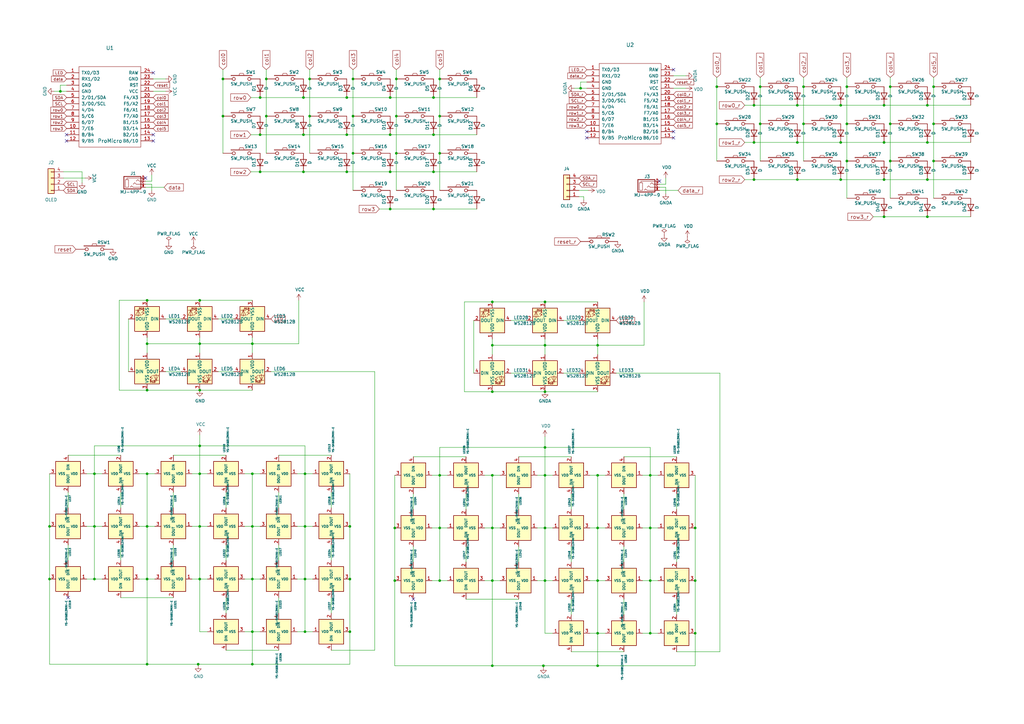
<source format=kicad_sch>
(kicad_sch (version 20211123) (generator eeschema)
  (paper "A3")
  (title_block (title "Corne Cherry") (date "2020-07-20") (rev "3.0") (company "foostan"))
  (junction (at 365.125 50.8))
  (junction (at 103.505 194.31))
  (junction (at 380.365 88.9))
  (junction (at 81.915 140.97))
  (junction (at 160.02 55.245))
  (junction (at 127 32.385))
  (junction (at 329.565 50.8))
  (junction (at 103.505 259.08))
  (junction (at 60.325 140.97))
  (junction (at 223.52 238.125))
  (junction (at 124.46 55.245))
  (junction (at 180.34 62.865))
  (junction (at 222.885 273.05))
  (junction (at 91.44 47.625))
  (junction (at 223.52 141.605))
  (junction (at 143.51 237.49))
  (junction (at 60.325 272.415))
  (junction (at 38.735 237.49))
  (junction (at 362.585 58.42))
  (junction (at 103.505 215.9))
  (junction (at 266.7 259.715))
  (junction (at 382.905 35.56))
  (junction (at 177.8 70.485))
  (junction (at 380.365 73.66))
  (junction (at 60.325 160.02))
  (junction (at 294.005 50.8))
  (junction (at 125.095 215.9))
  (junction (at 106.68 55.245))
  (junction (at 311.785 35.56))
  (junction (at 327.025 73.66))
  (junction (at 162.56 62.865))
  (junction (at 365.125 66.04))
  (junction (at 161.925 238.125))
  (junction (at 201.93 123.825))
  (junction (at 245.11 141.605))
  (junction (at 81.915 237.49))
  (junction (at 160.02 85.725))
  (junction (at 245.11 273.05))
  (junction (at 245.11 216.535))
  (junction (at 142.24 70.485))
  (junction (at 81.28 272.415))
  (junction (at 144.78 32.385))
  (junction (at 60.325 237.49))
  (junction (at 382.905 50.8))
  (junction (at 125.095 194.31))
  (junction (at 143.51 259.08))
  (junction (at 344.805 58.42))
  (junction (at 161.925 216.535))
  (junction (at 142.24 40.005))
  (junction (at 81.915 194.31))
  (junction (at 266.7 194.945))
  (junction (at 144.78 47.625))
  (junction (at 142.24 55.245))
  (junction (at 362.585 43.18))
  (junction (at 180.34 32.385))
  (junction (at 294.005 35.56))
  (junction (at 245.11 259.715))
  (junction (at 285.115 238.125))
  (junction (at 327.025 58.42))
  (junction (at 245.11 238.125))
  (junction (at 266.7 216.535))
  (junction (at 223.52 160.655))
  (junction (at 109.22 47.625))
  (junction (at 60.325 194.31))
  (junction (at 60.325 215.9))
  (junction (at 365.125 35.56))
  (junction (at 106.68 40.005))
  (junction (at 309.245 73.66))
  (junction (at 223.52 194.945))
  (junction (at 162.56 47.625))
  (junction (at 124.46 40.005))
  (junction (at 362.585 73.66))
  (junction (at 180.34 216.535))
  (junction (at 177.8 40.005))
  (junction (at 38.735 215.9))
  (junction (at 109.22 32.385))
  (junction (at 180.34 47.625))
  (junction (at 81.915 123.19))
  (junction (at 20.32 237.49))
  (junction (at 327.025 43.18))
  (junction (at 201.93 194.945))
  (junction (at 177.8 55.245))
  (junction (at 362.585 88.9))
  (junction (at 160.02 70.485))
  (junction (at 38.735 194.31))
  (junction (at 347.345 35.56))
  (junction (at 223.52 183.515))
  (junction (at 347.345 50.8))
  (junction (at 329.565 35.56))
  (junction (at 180.34 238.125))
  (junction (at 143.51 215.9))
  (junction (at 180.34 194.945))
  (junction (at 201.93 141.605))
  (junction (at 285.115 259.715))
  (junction (at 344.805 43.18))
  (junction (at 223.52 123.825))
  (junction (at 238.125 36.195))
  (junction (at 60.325 123.19))
  (junction (at 380.365 43.18))
  (junction (at 91.44 32.385))
  (junction (at 177.8 85.725))
  (junction (at 81.915 182.88))
  (junction (at 347.345 66.04))
  (junction (at 382.905 66.04))
  (junction (at 124.46 70.485))
  (junction (at 285.115 216.535))
  (junction (at 81.915 215.9))
  (junction (at 266.7 238.125))
  (junction (at 344.805 73.66))
  (junction (at 106.68 70.485))
  (junction (at 201.93 238.125))
  (junction (at 380.365 58.42))
  (junction (at 245.11 194.945))
  (junction (at 162.56 32.385))
  (junction (at 201.93 160.655))
  (junction (at 144.78 62.865))
  (junction (at 311.785 50.8))
  (junction (at 24.765 37.465))
  (junction (at 201.93 273.05))
  (junction (at 201.93 216.535))
  (junction (at 309.245 43.18))
  (junction (at 127 47.625))
  (junction (at 223.52 216.535))
  (junction (at 103.505 272.415))
  (junction (at 81.915 160.02))
  (junction (at 20.32 215.9))
  (junction (at 125.095 259.08))
  (junction (at 309.245 58.42))
  (junction (at 103.505 237.49))
  (junction (at 160.02 40.005))
  (junction (at 125.095 237.49))
  (junction (at 103.505 140.97))
  (no_connect (at 270.51 74.295))
  (no_connect (at 59.69 73.025))
  (no_connect (at 62.865 55.245))
  (no_connect (at 276.225 56.515))
  (no_connect (at 240.665 56.515))
  (no_connect (at 27.305 55.245))
  (no_connect (at 27.305 57.785))
  (no_connect (at 27.94 245.11))
  (no_connect (at 169.545 245.745))
  (no_connect (at 62.865 57.785))
  (no_connect (at 240.665 53.975))
  (no_connect (at 62.865 29.845))
  (no_connect (at 276.225 53.975))
  (no_connect (at 276.225 28.575))
  (wire (pts (xy 212.725 208.915) (xy 212.725 202.565)))
  (wire (pts (xy 220.345 194.945) (xy 223.52 194.945)))
  (wire (pts (xy 347.345 50.8) (xy 347.345 66.04)))
  (wire (pts (xy 143.51 194.31) (xy 143.51 215.9)))
  (wire (pts (xy 143.51 272.415) (xy 103.505 272.415)))
  (wire (pts (xy 162.56 62.865) (xy 162.56 78.105)))
  (wire (pts (xy 273.05 75.565) (xy 273.05 73.025)))
  (wire (pts (xy 125.095 237.49) (xy 125.095 215.9)))
  (wire (pts (xy 285.115 194.945) (xy 285.115 216.535)))
  (wire (pts (xy 294.005 35.56) (xy 294.005 50.8)))
  (wire (pts (xy 266.7 238.125) (xy 266.7 216.535)))
  (wire (pts (xy 95.885 130.81) (xy 89.535 130.81)))
  (wire (pts (xy 223.52 183.515) (xy 180.34 183.515)))
  (wire (pts (xy 263.525 238.125) (xy 266.7 238.125)))
  (wire (pts (xy 78.74 194.31) (xy 81.915 194.31)))
  (wire (pts (xy 266.7 238.125) (xy 269.875 238.125)))
  (wire (pts (xy 245.11 238.125) (xy 248.285 238.125)))
  (wire (pts (xy 125.095 182.88) (xy 81.915 182.88)))
  (wire (pts (xy 62.865 37.465) (xy 67.945 37.465)))
  (wire (pts (xy 245.11 238.125) (xy 245.11 259.715)))
  (wire (pts (xy 180.34 194.945) (xy 180.34 183.515)))
  (wire (pts (xy 266.7 259.715) (xy 266.7 238.125)))
  (wire (pts (xy 183.515 238.125) (xy 180.34 238.125)))
  (wire (pts (xy 177.165 194.945) (xy 180.34 194.945)))
  (wire (pts (xy 263.525 216.535) (xy 266.7 216.535)))
  (wire (pts (xy 49.53 208.28) (xy 49.53 201.93)))
  (wire (pts (xy 92.71 229.87) (xy 92.71 223.52)))
  (wire (pts (xy 35.56 237.49) (xy 38.735 237.49)))
  (wire (pts (xy 201.93 139.065) (xy 201.93 141.605)))
  (wire (pts (xy 220.345 238.125) (xy 223.52 238.125)))
  (wire (pts (xy 100.33 215.9) (xy 103.505 215.9)))
  (wire (pts (xy 81.915 140.97) (xy 81.915 144.78)))
  (wire (pts (xy 237.49 78.105) (xy 241.3 78.105)))
  (wire (pts (xy 347.345 31.75) (xy 347.345 35.56)))
  (wire (pts (xy 125.095 237.49) (xy 128.27 237.49)))
  (wire (pts (xy 57.15 215.9) (xy 60.325 215.9)))
  (wire (pts (xy 109.22 28.575) (xy 109.22 32.385)))
  (wire (pts (xy 190.5 123.825) (xy 190.5 160.655)))
  (wire (pts (xy 81.28 272.415) (xy 103.505 272.415)))
  (wire (pts (xy 38.735 215.9) (xy 41.91 215.9)))
  (wire (pts (xy 125.095 194.31) (xy 125.095 215.9)))
  (wire (pts (xy 38.735 194.31) (xy 41.91 194.31)))
  (wire (pts (xy 24.765 37.465) (xy 27.305 37.465)))
  (wire (pts (xy 201.93 238.125) (xy 201.93 273.05)))
  (wire (pts (xy 255.905 224.155) (xy 255.905 230.505)))
  (wire (pts (xy 362.585 88.9) (xy 380.365 88.9)))
  (wire (pts (xy 223.52 139.065) (xy 223.52 141.605)))
  (wire (pts (xy 198.755 238.125) (xy 201.93 238.125)))
  (wire (pts (xy 103.505 123.19) (xy 81.915 123.19)))
  (wire (pts (xy 222.885 273.05) (xy 245.11 273.05)))
  (wire (pts (xy 49.53 186.69) (xy 27.94 186.69)))
  (wire (pts (xy 22.225 37.465) (xy 24.765 37.465)))
  (wire (pts (xy 344.805 43.18) (xy 362.585 43.18)))
  (wire (pts (xy 60.325 237.49) (xy 60.325 272.415)))
  (wire (pts (xy 240.665 33.655) (xy 238.125 33.655)))
  (wire (pts (xy 125.095 259.08) (xy 125.095 237.49)))
  (wire (pts (xy 81.915 215.9) (xy 81.915 194.31)))
  (wire (pts (xy 201.93 238.125) (xy 205.105 238.125)))
  (wire (pts (xy 106.68 194.31) (xy 103.505 194.31)))
  (wire (pts (xy 380.365 43.18) (xy 398.145 43.18)))
  (wire (pts (xy 62.23 75.565) (xy 62.23 78.105)))
  (wire (pts (xy 264.16 141.605) (xy 264.16 123.825)))
  (wire (pts (xy 223.52 194.945) (xy 226.695 194.945)))
  (wire (pts (xy 103.505 194.31) (xy 103.505 215.9)))
  (wire (pts (xy 223.52 216.535) (xy 226.695 216.535)))
  (wire (pts (xy 81.915 123.19) (xy 60.325 123.19)))
  (wire (pts (xy 234.315 230.505) (xy 234.315 224.155)))
  (wire (pts (xy 266.7 183.515) (xy 266.7 194.945)))
  (wire (pts (xy 114.3 201.93) (xy 114.3 208.28)))
  (wire (pts (xy 103.505 215.9) (xy 103.505 237.49)))
  (wire (pts (xy 245.11 216.535) (xy 245.11 238.125)))
  (wire (pts (xy 201.93 273.05) (xy 222.885 273.05)))
  (wire (pts (xy 124.46 40.005) (xy 142.24 40.005)))
  (wire (pts (xy 273.05 76.835) (xy 273.05 79.375)))
  (wire (pts (xy 347.345 66.04) (xy 347.345 81.28)))
  (wire (pts (xy 177.8 70.485) (xy 195.58 70.485)))
  (wire (pts (xy 143.51 259.08) (xy 143.51 272.415)))
  (wire (pts (xy 122.555 140.97) (xy 122.555 123.19)))
  (wire (pts (xy 177.8 85.725) (xy 195.58 85.725)))
  (wire (pts (xy 161.925 194.945) (xy 161.925 216.535)))
  (wire (pts (xy 245.11 141.605) (xy 245.11 145.415)))
  (wire (pts (xy 180.34 216.535) (xy 180.34 194.945)))
  (wire (pts (xy 135.89 201.93) (xy 135.89 208.28)))
  (wire (pts (xy 180.34 194.945) (xy 183.515 194.945)))
  (wire (pts (xy 191.135 208.915) (xy 191.135 202.565)))
  (wire (pts (xy 102.87 70.485) (xy 106.68 70.485)))
  (wire (pts (xy 103.505 259.08) (xy 103.505 272.415)))
  (wire (pts (xy 71.12 245.11) (xy 49.53 245.11)))
  (wire (pts (xy 365.125 31.75) (xy 365.125 35.56)))
  (wire (pts (xy 245.11 194.945) (xy 245.11 216.535)))
  (wire (pts (xy 344.805 73.66) (xy 362.585 73.66)))
  (wire (pts (xy 135.89 223.52) (xy 135.89 229.87)))
  (wire (pts (xy 128.27 259.08) (xy 125.095 259.08)))
  (wire (pts (xy 125.095 259.08) (xy 121.92 259.08)))
  (wire (pts (xy 81.915 194.31) (xy 85.09 194.31)))
  (wire (pts (xy 125.095 194.31) (xy 121.92 194.31)))
  (wire (pts (xy 205.105 194.945) (xy 201.93 194.945)))
  (wire (pts (xy 365.125 66.04) (xy 365.125 81.28)))
  (wire (pts (xy 81.915 259.08) (xy 85.09 259.08)))
  (wire (pts (xy 270.51 78.105) (xy 278.13 78.105)))
  (wire (pts (xy 277.495 224.155) (xy 277.495 230.505)))
  (wire (pts (xy 180.34 32.385) (xy 180.34 47.625)))
  (wire (pts (xy 91.44 47.625) (xy 91.44 62.865)))
  (wire (pts (xy 33.655 74.93) (xy 33.655 70.485)))
  (wire (pts (xy 201.93 273.05) (xy 161.925 273.05)))
  (wire (pts (xy 153.67 152.4) (xy 153.67 266.7)))
  (wire (pts (xy 245.11 259.715) (xy 245.11 273.05)))
  (wire (pts (xy 81.915 237.49) (xy 85.09 237.49)))
  (wire (pts (xy 102.87 40.005) (xy 106.68 40.005)))
  (wire (pts (xy 71.12 208.28) (xy 71.12 201.93)))
  (wire (pts (xy 198.755 216.535) (xy 201.93 216.535)))
  (wire (pts (xy 92.71 208.28) (xy 92.71 201.93)))
  (wire (pts (xy 162.56 28.575) (xy 162.56 32.385)))
  (wire (pts (xy 114.3 266.7) (xy 92.71 266.7)))
  (wire (pts (xy 144.78 32.385) (xy 144.78 47.625)))
  (wire (pts (xy 103.505 237.49) (xy 106.68 237.49)))
  (wire (pts (xy 27.305 34.925) (xy 24.765 34.925)))
  (wire (pts (xy 24.765 34.925) (xy 24.765 37.465)))
  (wire (pts (xy 35.56 215.9) (xy 38.735 215.9)))
  (wire (pts (xy 311.785 31.75) (xy 311.785 35.56)))
  (wire (pts (xy 311.785 50.8) (xy 311.785 66.04)))
  (wire (pts (xy 223.52 194.945) (xy 223.52 183.515)))
  (wire (pts (xy 344.805 58.42) (xy 362.585 58.42)))
  (wire (pts (xy 277.495 187.325) (xy 255.905 187.325)))
  (wire (pts (xy 81.915 160.02) (xy 103.505 160.02)))
  (wire (pts (xy 142.24 55.245) (xy 160.02 55.245)))
  (wire (pts (xy 81.915 237.49) (xy 81.915 259.08)))
  (wire (pts (xy 60.325 215.9) (xy 60.325 237.49)))
  (wire (pts (xy 38.735 237.49) (xy 38.735 215.9)))
  (wire (pts (xy 358.14 88.9) (xy 362.585 88.9)))
  (wire (pts (xy 109.22 47.625) (xy 109.22 62.865)))
  (wire (pts (xy 127 28.575) (xy 127 32.385)))
  (wire (pts (xy 220.345 216.535) (xy 223.52 216.535)))
  (wire (pts (xy 223.52 141.605) (xy 223.52 145.415)))
  (wire (pts (xy 153.67 266.7) (xy 135.89 266.7)))
  (wire (pts (xy 180.34 238.125) (xy 180.34 216.535)))
  (wire (pts (xy 222.885 273.05) (xy 222.885 273.685)))
  (wire (pts (xy 62.865 32.385) (xy 67.945 32.385)))
  (wire (pts (xy 127 32.385) (xy 127 47.625)))
  (wire (pts (xy 255.905 202.565) (xy 255.905 208.915)))
  (wire (pts (xy 60.325 160.02) (xy 81.915 160.02)))
  (wire (pts (xy 111.125 152.4) (xy 153.67 152.4)))
  (wire (pts (xy 124.46 70.485) (xy 142.24 70.485)))
  (wire (pts (xy 135.89 186.69) (xy 114.3 186.69)))
  (wire (pts (xy 380.365 73.66) (xy 398.145 73.66)))
  (wire (pts (xy 60.325 237.49) (xy 63.5 237.49)))
  (wire (pts (xy 198.755 194.945) (xy 201.93 194.945)))
  (wire (pts (xy 362.585 43.18) (xy 380.365 43.18)))
  (wire (pts (xy 59.69 74.295) (xy 62.23 74.295)))
  (wire (pts (xy 266.7 183.515) (xy 223.52 183.515)))
  (wire (pts (xy 106.68 55.245) (xy 124.46 55.245)))
  (wire (pts (xy 59.69 75.565) (xy 62.23 75.565)))
  (wire (pts (xy 201.93 141.605) (xy 223.52 141.605)))
  (wire (pts (xy 201.93 160.655) (xy 223.52 160.655)))
  (wire (pts (xy 327.025 58.42) (xy 344.805 58.42)))
  (wire (pts (xy 48.895 160.02) (xy 60.325 160.02)))
  (wire (pts (xy 20.32 194.31) (xy 20.32 215.9)))
  (wire (pts (xy 81.915 194.31) (xy 81.915 182.88)))
  (wire (pts (xy 212.725 224.155) (xy 212.725 230.505)))
  (wire (pts (xy 365.125 50.8) (xy 365.125 66.04)))
  (wire (pts (xy 295.275 153.035) (xy 295.275 267.335)))
  (wire (pts (xy 241.935 238.125) (xy 245.11 238.125)))
  (wire (pts (xy 180.34 62.865) (xy 180.34 78.105)))
  (wire (pts (xy 241.935 194.945) (xy 245.11 194.945)))
  (wire (pts (xy 121.92 215.9) (xy 125.095 215.9)))
  (wire (pts (xy 60.325 272.415) (xy 81.28 272.415)))
  (wire (pts (xy 92.71 186.69) (xy 71.12 186.69)))
  (wire (pts (xy 103.505 138.43) (xy 103.505 140.97)))
  (wire (pts (xy 177.8 55.245) (xy 195.58 55.245)))
  (wire (pts (xy 180.34 216.535) (xy 183.515 216.535)))
  (wire (pts (xy 329.565 31.75) (xy 329.565 35.56)))
  (wire (pts (xy 114.3 223.52) (xy 114.3 229.87)))
  (wire (pts (xy 180.34 47.625) (xy 180.34 62.865)))
  (wire (pts (xy 223.52 238.125) (xy 223.52 259.715)))
  (wire (pts (xy 382.905 31.75) (xy 382.905 35.56)))
  (wire (pts (xy 235.585 36.195) (xy 238.125 36.195)))
  (wire (pts (xy 305.435 73.66) (xy 309.245 73.66)))
  (wire (pts (xy 81.915 178.435) (xy 81.915 182.88)))
  (wire (pts (xy 329.565 50.8) (xy 329.565 66.04)))
  (wire (pts (xy 81.28 272.415) (xy 81.28 273.05)))
  (wire (pts (xy 109.22 32.385) (xy 109.22 47.625)))
  (wire (pts (xy 78.74 237.49) (xy 81.915 237.49)))
  (wire (pts (xy 92.71 251.46) (xy 92.71 245.11)))
  (wire (pts (xy 245.11 141.605) (xy 264.16 141.605)))
  (wire (pts (xy 177.8 40.005) (xy 195.58 40.005)))
  (wire (pts (xy 27.94 223.52) (xy 27.94 229.87)))
  (wire (pts (xy 143.51 215.9) (xy 143.51 237.49)))
  (wire (pts (xy 365.125 35.56) (xy 365.125 50.8)))
  (wire (pts (xy 60.325 194.31) (xy 60.325 215.9)))
  (wire (pts (xy 144.78 47.625) (xy 144.78 62.865)))
  (wire (pts (xy 144.78 28.575) (xy 144.78 32.385)))
  (wire (pts (xy 362.585 58.42) (xy 380.365 58.42)))
  (wire (pts (xy 33.655 70.485) (xy 26.035 70.485)))
  (wire (pts (xy 362.585 73.66) (xy 380.365 73.66)))
  (wire (pts (xy 60.325 215.9) (xy 63.5 215.9)))
  (wire (pts (xy 285.115 216.535) (xy 285.115 238.125)))
  (wire (pts (xy 223.52 238.125) (xy 223.52 216.535)))
  (wire (pts (xy 91.44 32.385) (xy 91.44 47.625)))
  (wire (pts (xy 103.505 215.9) (xy 106.68 215.9)))
  (wire (pts (xy 38.735 215.9) (xy 38.735 194.31)))
  (wire (pts (xy 124.46 55.245) (xy 142.24 55.245)))
  (wire (pts (xy 311.785 35.56) (xy 311.785 50.8)))
  (wire (pts (xy 169.545 224.155) (xy 169.545 230.505)))
  (wire (pts (xy 177.165 216.535) (xy 180.34 216.535)))
  (wire (pts (xy 194.31 131.445) (xy 194.31 153.035)))
  (wire (pts (xy 49.53 229.87) (xy 49.53 223.52)))
  (wire (pts (xy 191.135 230.505) (xy 191.135 224.155)))
  (wire (pts (xy 255.905 267.335) (xy 234.315 267.335)))
  (wire (pts (xy 106.68 259.08) (xy 103.505 259.08)))
  (wire (pts (xy 81.915 182.88) (xy 38.735 182.88)))
  (wire (pts (xy 63.5 194.31) (xy 60.325 194.31)))
  (wire (pts (xy 266.7 259.715) (xy 263.525 259.715)))
  (wire (pts (xy 255.905 245.745) (xy 255.905 252.095)))
  (wire (pts (xy 59.69 76.835) (xy 67.31 76.835)))
  (wire (pts (xy 89.535 152.4) (xy 95.885 152.4)))
  (wire (pts (xy 177.165 238.125) (xy 180.34 238.125)))
  (wire (pts (xy 327.025 43.18) (xy 344.805 43.18)))
  (wire (pts (xy 160.02 40.005) (xy 177.8 40.005)))
  (wire (pts (xy 266.7 194.945) (xy 263.525 194.945)))
  (wire (pts (xy 329.565 35.56) (xy 329.565 50.8)))
  (wire (pts (xy 201.93 123.825) (xy 190.5 123.825)))
  (wire (pts (xy 160.02 85.725) (xy 177.8 85.725)))
  (wire (pts (xy 20.32 215.9) (xy 20.32 237.49)))
  (wire (pts (xy 162.56 47.625) (xy 162.56 62.865)))
  (wire (pts (xy 60.325 140.97) (xy 81.915 140.97)))
  (wire (pts (xy 27.94 201.93) (xy 27.94 208.28)))
  (wire (pts (xy 57.15 194.31) (xy 60.325 194.31)))
  (wire (pts (xy 285.115 273.05) (xy 245.11 273.05)))
  (wire (pts (xy 380.365 88.9) (xy 398.145 88.9)))
  (wire (pts (xy 114.3 245.11) (xy 114.3 251.46)))
  (wire (pts (xy 106.68 70.485) (xy 124.46 70.485)))
  (wire (pts (xy 223.52 216.535) (xy 223.52 194.945)))
  (wire (pts (xy 215.9 131.445) (xy 209.55 131.445)))
  (wire (pts (xy 100.33 194.31) (xy 103.505 194.31)))
  (wire (pts (xy 142.24 40.005) (xy 160.02 40.005)))
  (wire (pts (xy 241.935 216.535) (xy 245.11 216.535)))
  (wire (pts (xy 269.875 194.945) (xy 266.7 194.945)))
  (wire (pts (xy 239.395 80.645) (xy 239.395 81.915)))
  (wire (pts (xy 48.895 123.19) (xy 48.895 160.02)))
  (wire (pts (xy 142.24 70.485) (xy 160.02 70.485)))
  (wire (pts (xy 223.52 123.825) (xy 201.93 123.825)))
  (wire (pts (xy 270.51 75.565) (xy 273.05 75.565)))
  (wire (pts (xy 125.095 215.9) (xy 128.27 215.9)))
  (wire (pts (xy 191.135 187.325) (xy 169.545 187.325)))
  (wire (pts (xy 52.705 130.81) (xy 52.705 152.4)))
  (wire (pts (xy 60.325 123.19) (xy 48.895 123.19)))
  (wire (pts (xy 103.505 140.97) (xy 103.505 144.78)))
  (wire (pts (xy 294.005 50.8) (xy 294.005 66.04)))
  (wire (pts (xy 223.52 238.125) (xy 226.695 238.125)))
  (wire (pts (xy 106.68 40.005) (xy 124.46 40.005)))
  (wire (pts (xy 382.905 66.04) (xy 382.905 81.28)))
  (wire (pts (xy 305.435 58.42) (xy 309.245 58.42)))
  (wire (pts (xy 285.115 259.715) (xy 285.115 273.05)))
  (wire (pts (xy 38.735 194.31) (xy 38.735 182.88)))
  (wire (pts (xy 169.545 202.565) (xy 169.545 208.915)))
  (wire (pts (xy 212.725 245.745) (xy 191.135 245.745)))
  (wire (pts (xy 100.33 237.49) (xy 103.505 237.49)))
  (wire (pts (xy 234.315 187.325) (xy 212.725 187.325)))
  (wire (pts (xy 276.225 31.115) (xy 281.305 31.115)))
  (wire (pts (xy 237.49 80.645) (xy 239.395 80.645)))
  (wire (pts (xy 201.93 141.605) (xy 201.93 145.415)))
  (wire (pts (xy 266.7 216.535) (xy 269.875 216.535)))
  (wire (pts (xy 295.275 267.335) (xy 277.495 267.335)))
  (wire (pts (xy 20.32 237.49) (xy 20.32 272.415)))
  (wire (pts (xy 380.365 58.42) (xy 398.145 58.42)))
  (wire (pts (xy 277.495 202.565) (xy 277.495 208.915)))
  (wire (pts (xy 309.245 43.18) (xy 327.025 43.18)))
  (wire (pts (xy 309.245 58.42) (xy 327.025 58.42)))
  (wire (pts (xy 81.915 237.49) (xy 81.915 215.9)))
  (wire (pts (xy 160.02 55.245) (xy 177.8 55.245)))
  (wire (pts (xy 91.44 28.575) (xy 91.44 32.385)))
  (wire (pts (xy 35.56 194.31) (xy 38.735 194.31)))
  (wire (pts (xy 161.925 238.125) (xy 161.925 273.05)))
  (wire (pts (xy 57.15 237.49) (xy 60.325 237.49)))
  (wire (pts (xy 231.14 153.035) (xy 237.49 153.035)))
  (wire (pts (xy 155.575 85.725) (xy 160.02 85.725)))
  (wire (pts (xy 201.93 216.535) (xy 205.105 216.535)))
  (wire (pts (xy 248.285 194.945) (xy 245.11 194.945)))
  (wire (pts (xy 60.325 138.43) (xy 60.325 140.97)))
  (wire (pts (xy 223.52 160.655) (xy 245.11 160.655)))
  (wire (pts (xy 103.505 259.08) (xy 100.33 259.08)))
  (wire (pts (xy 60.325 140.97) (xy 60.325 144.78)))
  (wire (pts (xy 294.005 31.75) (xy 294.005 35.56)))
  (wire (pts (xy 223.52 259.715) (xy 226.695 259.715)))
  (wire (pts (xy 127 47.625) (xy 127 62.865)))
  (wire (pts (xy 67.945 152.4) (xy 74.295 152.4)))
  (wire (pts (xy 121.92 237.49) (xy 125.095 237.49)))
  (wire (pts (xy 305.435 43.18) (xy 309.245 43.18)))
  (wire (pts (xy 81.915 140.97) (xy 103.505 140.97)))
  (wire (pts (xy 160.02 70.485) (xy 177.8 70.485)))
  (wire (pts (xy 74.295 130.81) (xy 67.945 130.81)))
  (wire (pts (xy 62.23 74.295) (xy 62.23 71.755)))
  (wire (pts (xy 103.505 140.97) (xy 122.555 140.97)))
  (wire (pts (xy 277.495 245.745) (xy 277.495 252.095)))
  (wire (pts (xy 201.93 216.535) (xy 201.93 238.125)))
  (wire (pts (xy 162.56 32.385) (xy 162.56 47.625)))
  (wire (pts (xy 81.915 215.9) (xy 85.09 215.9)))
  (wire (pts (xy 78.74 215.9) (xy 81.915 215.9)))
  (wire (pts (xy 180.34 28.575) (xy 180.34 32.385)))
  (wire (pts (xy 382.905 35.56) (xy 382.905 50.8)))
  (wire (pts (xy 382.905 50.8) (xy 382.905 66.04)))
  (wire (pts (xy 125.095 182.88) (xy 125.095 194.31)))
  (wire (pts (xy 245.11 259.715) (xy 241.935 259.715)))
  (wire (pts (xy 161.925 216.535) (xy 161.925 238.125)))
  (wire (pts (xy 347.345 35.56) (xy 347.345 50.8)))
  (wire (pts (xy 309.245 73.66) (xy 327.025 73.66)))
  (wire (pts (xy 245.11 216.535) (xy 248.285 216.535)))
  (wire (pts (xy 71.12 223.52) (xy 71.12 229.87)))
  (wire (pts (xy 144.78 62.865) (xy 144.78 78.105)))
  (wire (pts (xy 81.915 138.43) (xy 81.915 140.97)))
  (wire (pts (xy 327.025 73.66) (xy 344.805 73.66)))
  (wire (pts (xy 209.55 153.035) (xy 215.9 153.035)))
  (wire (pts (xy 269.875 259.715) (xy 266.7 259.715)))
  (wire (pts (xy 190.5 160.655) (xy 201.93 160.655)))
  (wire (pts (xy 201.93 194.945) (xy 201.93 216.535)))
  (wire (pts (xy 102.87 55.245) (xy 106.68 55.245)))
  (wire (pts (xy 270.51 76.835) (xy 273.05 76.835)))
  (wire (pts (xy 128.27 194.31) (xy 125.095 194.31)))
  (wire (pts (xy 103.505 237.49) (xy 103.505 259.08)))
  (wire (pts (xy 41.91 237.49) (xy 38.735 237.49)))
  (wire (pts (xy 245.11 139.065) (xy 245.11 141.605)))
  (wire (pts (xy 60.325 272.415) (xy 20.32 272.415)))
  (wire (pts (xy 245.11 123.825) (xy 223.52 123.825)))
  (wire (pts (xy 237.49 131.445) (xy 231.14 131.445)))
  (wire (pts (xy 143.51 237.49) (xy 143.51 259.08)))
  (wire (pts (xy 26.035 73.025) (xy 34.925 73.025)))
  (wire (pts (xy 276.225 36.195) (xy 281.305 36.195)))
  (wire (pts (xy 248.285 259.715) (xy 245.11 259.715)))
  (wire (pts (xy 238.125 36.195) (xy 240.665 36.195)))
  (wire (pts (xy 223.52 179.07) (xy 223.52 183.515)))
  (wire (pts (xy 234.315 252.095) (xy 234.315 245.745)))
  (wire (pts (xy 266.7 194.945) (xy 266.7 216.535)))
  (wire (pts (xy 285.115 238.125) (xy 285.115 259.715)))
  (wire (pts (xy 223.52 141.605) (xy 245.11 141.605)))
  (wire (pts (xy 252.73 153.035) (xy 295.275 153.035)))
  (wire (pts (xy 238.125 33.655) (xy 238.125 36.195)))
  (wire (pts (xy 234.315 208.915) (xy 234.315 202.565)))
  (wire (pts (xy 135.89 245.11) (xy 135.89 251.46)))
  (global_label "row2" (shape input) (at 102.87 70.485 180) (effects (font (size 1.524 1.524))) (property "Intersheet References" "${INTERSHEET_REFS}" (effects hide)))
  (global_label "SDA_r" (shape input) (at 237.49 73.025 0) (effects (font (size 1.1938 1.1938))) (property "Intersheet References" "${INTERSHEET_REFS}" (effects hide)))
  (global_label "col3_r" (shape input) (at 347.345 31.75 90) (effects (font (size 1.524 1.524))) (property "Intersheet References" "${INTERSHEET_REFS}" (effects hide)))
  (global_label "reset" (shape input) (at 62.865 34.925 0) (effects (font (size 1.1938 1.1938))) (property "Intersheet References" "${INTERSHEET_REFS}" (effects hide)))
  (global_label "reset" (shape input) (at 31.115 102.235 180) (effects (font (size 1.524 1.524))) (property "Intersheet References" "${INTERSHEET_REFS}" (effects hide)))
  (global_label "col1" (shape input) (at 62.865 42.545 0) (effects (font (size 1.1938 1.1938))) (property "Intersheet References" "${INTERSHEET_REFS}" (effects hide)))
  (global_label "col3" (shape input) (at 144.78 28.575 90) (effects (font (size 1.524 1.524))) (property "Intersheet References" "${INTERSHEET_REFS}" (effects hide)))
  (global_label "LED_r" (shape input) (at 240.665 28.575 180) (effects (font (size 1.1938 1.1938))) (property "Intersheet References" "${INTERSHEET_REFS}" (effects hide)))
  (global_label "SDA" (shape input) (at 27.305 40.005 180) (effects (font (size 1.1938 1.1938))) (property "Intersheet References" "${INTERSHEET_REFS}" (effects hide)))
  (global_label "col2_r" (shape input) (at 276.225 43.815 0) (effects (font (size 1.1938 1.1938))) (property "Intersheet References" "${INTERSHEET_REFS}" (effects hide)))
  (global_label "row2_r" (shape input) (at 240.665 48.895 180) (effects (font (size 1.1938 1.1938))) (property "Intersheet References" "${INTERSHEET_REFS}" (effects hide)))
  (global_label "row2" (shape input) (at 27.305 50.165 180) (effects (font (size 1.1938 1.1938))) (property "Intersheet References" "${INTERSHEET_REFS}" (effects hide)))
  (global_label "data_r" (shape input) (at 240.665 31.115 180) (effects (font (size 1.1938 1.1938))) (property "Intersheet References" "${INTERSHEET_REFS}" (effects hide)))
  (global_label "col5_r" (shape input) (at 382.905 31.75 90) (effects (font (size 1.524 1.524))) (property "Intersheet References" "${INTERSHEET_REFS}" (effects hide)))
  (global_label "col0_r" (shape input) (at 276.225 38.735 0) (effects (font (size 1.1938 1.1938))) (property "Intersheet References" "${INTERSHEET_REFS}" (effects hide)))
  (global_label "row1" (shape input) (at 102.87 55.245 180) (effects (font (size 1.524 1.524))) (property "Intersheet References" "${INTERSHEET_REFS}" (effects hide)))
  (global_label "col1_r" (shape input) (at 276.225 41.275 0) (effects (font (size 1.1938 1.1938))) (property "Intersheet References" "${INTERSHEET_REFS}" (effects hide)))
  (global_label "row1_r" (shape input) (at 305.435 58.42 180) (effects (font (size 1.524 1.524))) (property "Intersheet References" "${INTERSHEET_REFS}" (effects hide)))
  (global_label "col1_r" (shape input) (at 311.785 31.75 90) (effects (font (size 1.524 1.524))) (property "Intersheet References" "${INTERSHEET_REFS}" (effects hide)))
  (global_label "SDA_r" (shape input) (at 240.665 38.735 180) (effects (font (size 1.1938 1.1938))) (property "Intersheet References" "${INTERSHEET_REFS}" (effects hide)))
  (global_label "LED" (shape input) (at 27.305 29.845 180) (effects (font (size 1.1938 1.1938))) (property "Intersheet References" "${INTERSHEET_REFS}" (effects hide)))
  (global_label "col4_r" (shape input) (at 276.225 48.895 0) (effects (font (size 1.1938 1.1938))) (property "Intersheet References" "${INTERSHEET_REFS}" (effects hide)))
  (global_label "data" (shape input) (at 67.31 76.835 0) (effects (font (size 1.524 1.524))) (property "Intersheet References" "${INTERSHEET_REFS}" (effects hide)))
  (global_label "col2_r" (shape input) (at 329.565 31.75 90) (effects (font (size 1.524 1.524))) (property "Intersheet References" "${INTERSHEET_REFS}" (effects hide)))
  (global_label "row3" (shape input) (at 27.305 52.705 180) (effects (font (size 1.1938 1.1938))) (property "Intersheet References" "${INTERSHEET_REFS}" (effects hide)))
  (global_label "SCL_r" (shape input) (at 240.665 41.275 180) (effects (font (size 1.1938 1.1938))) (property "Intersheet References" "${INTERSHEET_REFS}" (effects hide)))
  (global_label "data" (shape input) (at 27.305 32.385 180) (effects (font (size 1.1938 1.1938))) (property "Intersheet References" "${INTERSHEET_REFS}" (effects hide)))
  (global_label "reset_r" (shape input) (at 276.225 33.655 0) (effects (font (size 1.1938 1.1938))) (property "Intersheet References" "${INTERSHEET_REFS}" (effects hide)))
  (global_label "row1" (shape input) (at 27.305 47.625 180) (effects (font (size 1.1938 1.1938))) (property "Intersheet References" "${INTERSHEET_REFS}" (effects hide)))
  (global_label "col4" (shape input) (at 162.56 28.575 90) (effects (font (size 1.524 1.524))) (property "Intersheet References" "${INTERSHEET_REFS}" (effects hide)))
  (global_label "row3_r" (shape input) (at 358.14 88.9 180) (effects (font (size 1.524 1.524))) (property "Intersheet References" "${INTERSHEET_REFS}" (effects hide)))
  (global_label "row3_r" (shape input) (at 240.665 51.435 180) (effects (font (size 1.1938 1.1938))) (property "Intersheet References" "${INTERSHEET_REFS}" (effects hide)))
  (global_label "row2_r" (shape input) (at 305.435 73.66 180) (effects (font (size 1.524 1.524))) (property "Intersheet References" "${INTERSHEET_REFS}" (effects hide)))
  (global_label "row3" (shape input) (at 155.575 85.725 180) (effects (font (size 1.524 1.524))) (property "Intersheet References" "${INTERSHEET_REFS}" (effects hide)))
  (global_label "col5_r" (shape input) (at 276.225 51.435 0) (effects (font (size 1.1938 1.1938))) (property "Intersheet References" "${INTERSHEET_REFS}" (effects hide)))
  (global_label "row0" (shape input) (at 102.87 40.005 180) (effects (font (size 1.524 1.524))) (property "Intersheet References" "${INTERSHEET_REFS}" (effects hide)))
  (global_label "col3" (shape input) (at 62.865 47.625 0) (effects (font (size 1.1938 1.1938))) (property "Intersheet References" "${INTERSHEET_REFS}" (effects hide)))
  (global_label "col0" (shape input) (at 62.865 40.005 0) (effects (font (size 1.1938 1.1938))) (property "Intersheet References" "${INTERSHEET_REFS}" (effects hide)))
  (global_label "col1" (shape input) (at 109.22 28.575 90) (effects (font (size 1.524 1.524))) (property "Intersheet References" "${INTERSHEET_REFS}" (effects hide)))
  (global_label "reset_r" (shape input) (at 238.125 99.06 180) (effects (font (size 1.524 1.524))) (property "Intersheet References" "${INTERSHEET_REFS}" (effects hide)))
  (global_label "SCL_r" (shape input) (at 237.49 75.565 0) (effects (font (size 1.1938 1.1938))) (property "Intersheet References" "${INTERSHEET_REFS}" (effects hide)))
  (global_label "data_r" (shape input) (at 278.13 78.105 0) (effects (font (size 1.524 1.524))) (property "Intersheet References" "${INTERSHEET_REFS}" (effects hide)))
  (global_label "col4_r" (shape input) (at 365.125 31.75 90) (effects (font (size 1.524 1.524))) (property "Intersheet References" "${INTERSHEET_REFS}" (effects hide)))
  (global_label "row0" (shape input) (at 27.305 45.085 180) (effects (font (size 1.1938 1.1938))) (property "Intersheet References" "${INTERSHEET_REFS}" (effects hide)))
  (global_label "SCL" (shape input) (at 26.035 75.565 0) (effects (font (size 1.1938 1.1938))) (property "Intersheet References" "${INTERSHEET_REFS}" (effects hide)))
  (global_label "LED_r" (shape input) (at 252.73 131.445 0) (property "Intersheet References" "${INTERSHEET_REFS}" (effects hide)))
  (global_label "col2" (shape input) (at 62.865 45.085 0) (effects (font (size 1.1938 1.1938))) (property "Intersheet References" "${INTERSHEET_REFS}" (effects hide)))
  (global_label "col4" (shape input) (at 62.865 50.165 0) (effects (font (size 1.1938 1.1938))) (property "Intersheet References" "${INTERSHEET_REFS}" (effects hide)))
  (global_label "col5" (shape input) (at 180.34 28.575 90) (effects (font (size 1.524 1.524))) (property "Intersheet References" "${INTERSHEET_REFS}" (effects hide)))
  (global_label "col5" (shape input) (at 62.865 52.705 0) (effects (font (size 1.1938 1.1938))) (property "Intersheet References" "${INTERSHEET_REFS}" (effects hide)))
  (global_label "row1_r" (shape input) (at 240.665 46.355 180) (effects (font (size 1.1938 1.1938))) (property "Intersheet References" "${INTERSHEET_REFS}" (effects hide)))
  (global_label "LED" (shape input) (at 111.125 130.81 0) (property "Intersheet References" "${INTERSHEET_REFS}" (effects hide)))
  (global_label "row0_r" (shape input) (at 240.665 43.815 180) (effects (font (size 1.1938 1.1938))) (property "Intersheet References" "${INTERSHEET_REFS}" (effects hide)))
  (global_label "SDA" (shape input) (at 26.035 78.105 0) (effects (font (size 1.1938 1.1938))) (property "Intersheet References" "${INTERSHEET_REFS}" (effects hide)))
  (global_label "col0_r" (shape input) (at 294.005 31.75 90) (effects (font (size 1.524 1.524))) (property "Intersheet References" "${INTERSHEET_REFS}" (effects hide)))
  (global_label "col0" (shape input) (at 91.44 28.575 90) (effects (font (size 1.524 1.524))) (property "Intersheet References" "${INTERSHEET_REFS}" (effects hide)))
  (global_label "col3_r" (shape input) (at 276.225 46.355 0) (effects (font (size 1.1938 1.1938))) (property "Intersheet References" "${INTERSHEET_REFS}" (effects hide)))
  (global_label "row0_r" (shape input) (at 305.435 43.18 180) (effects (font (size 1.524 1.524))) (property "Intersheet References" "${INTERSHEET_REFS}" (effects hide)))
  (global_label "SCL" (shape input) (at 27.305 42.545 180) (effects (font (size 1.1938 1.1938))) (property "Intersheet References" "${INTERSHEET_REFS}" (effects hide)))
  (global_label "col2" (shape input) (at 127 28.575 90) (effects (font (size 1.524 1.524))) (property "Intersheet References" "${INTERSHEET_REFS}" (effects hide)))
  (symbol (lib_id "kbd:ProMicro") (at 45.085 43.815 0) (unit 1)
    (property "Reference" "U1" (at 45.085 19.685 0) (effects (font (size 1.524 1.524))))
    (property "Value" "ProMicro" (at 45.085 57.785 0) (effects (font (size 1.524 1.524))))
    (property "Footprint" "kbd:ProMicro_v2_1side" (effects hide))
  )
  (symbol (lib_id "kbd:SW_PUSH") (at 116.84 32.385 0) (unit 1)
    (property "Reference" "SW2" (at 120.65 29.591 0))
    (property "Value" "SW_PUSH" (at 116.84 34.417 0))
    (property "Footprint" "kbd:CherryMX_Hotswap" (effects hide))
  )
  (symbol (lib_id "Device:D") (at 124.46 36.195 90) (unit 1)
    (property "Reference" "D2" (at 121.92 36.195 0))
    (property "Value" "D" (at 127 36.195 0))
    (property "Footprint" "kbd:D3_SMD_v2" (effects hide))
  )
  (symbol (lib_id "kbd:SW_PUSH") (at 134.62 32.385 0) (unit 1)
    (property "Reference" "SW3" (at 138.43 29.591 0))
    (property "Value" "SW_PUSH" (at 134.62 34.417 0))
    (property "Footprint" "kbd:CherryMX_Hotswap" (effects hide))
  )
  (symbol (lib_id "Device:D") (at 142.24 36.195 90) (unit 1)
    (property "Reference" "D3" (at 139.7 36.195 0))
    (property "Value" "D" (at 144.78 36.195 0))
    (property "Footprint" "kbd:D3_SMD_v2" (effects hide))
  )
  (symbol (lib_id "kbd:SW_PUSH") (at 152.4 32.385 0) (unit 1)
    (property "Reference" "SW4" (at 156.21 29.591 0))
    (property "Value" "SW_PUSH" (at 152.4 34.417 0))
    (property "Footprint" "kbd:CherryMX_Hotswap" (effects hide))
  )
  (symbol (lib_id "kbd:SW_PUSH") (at 170.18 32.385 0) (unit 1)
    (property "Reference" "SW5" (at 173.99 29.591 0))
    (property "Value" "SW_PUSH" (at 170.18 34.417 0))
    (property "Footprint" "kbd:CherryMX_Hotswap" (effects hide))
  )
  (symbol (lib_id "kbd:SW_PUSH") (at 187.96 32.385 0) (unit 1)
    (property "Reference" "SW6" (at 191.77 29.591 0))
    (property "Value" "SW_PUSH" (at 187.96 34.417 0))
    (property "Footprint" "kbd:CherryMX_Hotswap" (effects hide))
  )
  (symbol (lib_id "Device:D") (at 160.02 36.195 90) (unit 1)
    (property "Reference" "D4" (at 157.48 36.195 0))
    (property "Value" "D" (at 162.56 36.195 0))
    (property "Footprint" "kbd:D3_SMD_v2" (effects hide))
  )
  (symbol (lib_id "Device:D") (at 177.8 36.195 90) (unit 1)
    (property "Reference" "D5" (at 175.26 36.195 0))
    (property "Value" "D" (at 180.34 36.195 0))
    (property "Footprint" "kbd:D3_SMD_v2" (effects hide))
  )
  (symbol (lib_id "Device:D") (at 195.58 36.195 90) (unit 1)
    (property "Reference" "D6" (at 193.04 36.195 0))
    (property "Value" "D" (at 198.12 36.195 0))
    (property "Footprint" "kbd:D3_SMD_v2" (effects hide))
  )
  (symbol (lib_id "kbd:SW_PUSH") (at 99.06 32.385 0) (unit 1)
    (property "Reference" "SW1" (at 102.87 29.591 0))
    (property "Value" "SW_PUSH" (at 99.06 34.417 0))
    (property "Footprint" "kbd:CherryMX_Hotswap" (effects hide))
  )
  (symbol (lib_id "Device:D") (at 106.68 36.195 90) (unit 1)
    (property "Reference" "D1" (at 104.14 36.195 0))
    (property "Value" "D" (at 109.22 36.195 0))
    (property "Footprint" "kbd:D3_SMD_v2" (effects hide))
  )
  (symbol (lib_id "kbd:SW_PUSH") (at 116.84 47.625 0) (unit 1)
    (property "Reference" "SW8" (at 120.65 44.831 0))
    (property "Value" "SW_PUSH" (at 116.84 49.657 0))
    (property "Footprint" "kbd:CherryMX_Hotswap" (effects hide))
  )
  (symbol (lib_id "Device:D") (at 124.46 51.435 90) (unit 1)
    (property "Reference" "D8" (at 121.92 51.435 0))
    (property "Value" "D" (at 127 51.435 0))
    (property "Footprint" "kbd:D3_SMD_v2" (effects hide))
  )
  (symbol (lib_id "kbd:SW_PUSH") (at 134.62 47.625 0) (unit 1)
    (property "Reference" "SW9" (at 138.43 44.831 0))
    (property "Value" "SW_PUSH" (at 134.62 49.657 0))
    (property "Footprint" "kbd:CherryMX_Hotswap" (effects hide))
  )
  (symbol (lib_id "Device:D") (at 142.24 51.435 90) (unit 1)
    (property "Reference" "D9" (at 139.7 51.435 0))
    (property "Value" "D" (at 144.78 51.435 0))
    (property "Footprint" "kbd:D3_SMD_v2" (effects hide))
  )
  (symbol (lib_id "kbd:SW_PUSH") (at 152.4 47.625 0) (unit 1)
    (property "Reference" "SW10" (at 156.21 44.831 0))
    (property "Value" "SW_PUSH" (at 152.4 49.657 0))
    (property "Footprint" "kbd:CherryMX_Hotswap" (effects hide))
  )
  (symbol (lib_id "kbd:SW_PUSH") (at 170.18 47.625 0) (unit 1)
    (property "Reference" "SW11" (at 173.99 44.831 0))
    (property "Value" "SW_PUSH" (at 170.18 49.657 0))
    (property "Footprint" "kbd:CherryMX_Hotswap" (effects hide))
  )
  (symbol (lib_id "kbd:SW_PUSH") (at 187.96 47.625 0) (unit 1)
    (property "Reference" "SW12" (at 191.77 44.831 0))
    (property "Value" "SW_PUSH" (at 187.96 49.657 0))
    (property "Footprint" "kbd:CherryMX_Hotswap" (effects hide))
  )
  (symbol (lib_id "Device:D") (at 160.02 51.435 90) (unit 1)
    (property "Reference" "D10" (at 157.48 51.435 0))
    (property "Value" "D" (at 162.56 51.435 0))
    (property "Footprint" "kbd:D3_SMD_v2" (effects hide))
  )
  (symbol (lib_id "Device:D") (at 177.8 51.435 90) (unit 1)
    (property "Reference" "D11" (at 175.26 51.435 0))
    (property "Value" "D" (at 180.34 51.435 0))
    (property "Footprint" "kbd:D3_SMD_v2" (effects hide))
  )
  (symbol (lib_id "Device:D") (at 195.58 51.435 90) (unit 1)
    (property "Reference" "D12" (at 193.04 51.435 0))
    (property "Value" "D" (at 198.12 51.435 0))
    (property "Footprint" "kbd:D3_SMD_v2" (effects hide))
  )
  (symbol (lib_id "kbd:SW_PUSH") (at 99.06 47.625 0) (unit 1)
    (property "Reference" "SW7" (at 102.87 44.831 0))
    (property "Value" "SW_PUSH" (at 99.06 49.657 0))
    (property "Footprint" "kbd:CherryMX_Hotswap" (effects hide))
  )
  (symbol (lib_id "Device:D") (at 106.68 51.435 90) (unit 1)
    (property "Reference" "D7" (at 104.14 51.435 0))
    (property "Value" "D" (at 109.22 51.435 0))
    (property "Footprint" "kbd:D3_SMD_v2" (effects hide))
  )
  (symbol (lib_id "kbd:SW_PUSH") (at 116.84 62.865 0) (unit 1)
    (property "Reference" "SW14" (at 120.65 60.071 0))
    (property "Value" "SW_PUSH" (at 116.84 64.897 0))
    (property "Footprint" "kbd:CherryMX_Hotswap" (effects hide))
  )
  (symbol (lib_id "Device:D") (at 124.46 66.675 90) (unit 1)
    (property "Reference" "D14" (at 121.92 66.675 0))
    (property "Value" "D" (at 127 66.675 0))
    (property "Footprint" "kbd:D3_SMD_v2" (effects hide))
  )
  (symbol (lib_id "kbd:SW_PUSH") (at 134.62 62.865 0) (unit 1)
    (property "Reference" "SW15" (at 138.43 60.071 0))
    (property "Value" "SW_PUSH" (at 134.62 64.897 0))
    (property "Footprint" "kbd:CherryMX_Hotswap" (effects hide))
  )
  (symbol (lib_id "Device:D") (at 142.24 66.675 90) (unit 1)
    (property "Reference" "D15" (at 139.7 66.675 0))
    (property "Value" "D" (at 144.78 66.675 0))
    (property "Footprint" "kbd:D3_SMD_v2" (effects hide))
  )
  (symbol (lib_id "kbd:SW_PUSH") (at 152.4 62.865 0) (unit 1)
    (property "Reference" "SW16" (at 156.21 60.071 0))
    (property "Value" "SW_PUSH" (at 152.4 64.897 0))
    (property "Footprint" "kbd:CherryMX_Hotswap" (effects hide))
  )
  (symbol (lib_id "kbd:SW_PUSH") (at 170.18 62.865 0) (unit 1)
    (property "Reference" "SW17" (at 173.99 60.071 0))
    (property "Value" "SW_PUSH" (at 170.18 64.897 0))
    (property "Footprint" "kbd:CherryMX_Hotswap" (effects hide))
  )
  (symbol (lib_id "kbd:SW_PUSH") (at 187.96 62.865 0) (unit 1)
    (property "Reference" "SW18" (at 191.77 60.071 0))
    (property "Value" "SW_PUSH" (at 187.96 64.897 0))
    (property "Footprint" "kbd:CherryMX_Hotswap" (effects hide))
  )
  (symbol (lib_id "Device:D") (at 160.02 66.675 90) (unit 1)
    (property "Reference" "D16" (at 157.48 66.675 0))
    (property "Value" "D" (at 162.56 66.675 0))
    (property "Footprint" "kbd:D3_SMD_v2" (effects hide))
  )
  (symbol (lib_id "Device:D") (at 177.8 66.675 90) (unit 1)
    (property "Reference" "D17" (at 175.26 66.675 0))
    (property "Value" "D" (at 180.34 66.675 0))
    (property "Footprint" "kbd:D3_SMD_v2" (effects hide))
  )
  (symbol (lib_id "Device:D") (at 195.58 66.675 90) (unit 1)
    (property "Reference" "D18" (at 193.04 66.675 0))
    (property "Value" "D" (at 198.12 66.675 0))
    (property "Footprint" "kbd:D3_SMD_v2" (effects hide))
  )
  (symbol (lib_id "kbd:SW_PUSH") (at 99.06 62.865 0) (unit 1)
    (property "Reference" "SW13" (at 102.87 60.071 0))
    (property "Value" "SW_PUSH" (at 99.06 64.897 0))
    (property "Footprint" "kbd:CherryMX_Hotswap" (effects hide))
  )
  (symbol (lib_id "Device:D") (at 106.68 66.675 90) (unit 1)
    (property "Reference" "D13" (at 104.14 66.675 0))
    (property "Value" "D" (at 109.22 66.675 0))
    (property "Footprint" "kbd:D3_SMD_v2" (effects hide))
  )
  (symbol (lib_id "kbd:SW_PUSH") (at 170.18 78.105 0) (unit 1)
    (property "Reference" "SW20" (at 173.99 75.311 0))
    (property "Value" "SW_PUSH" (at 170.18 80.137 0))
    (property "Footprint" "kbd:CherryMX_Hotswap" (effects hide))
  )
  (symbol (lib_id "Device:D") (at 177.8 81.915 90) (unit 1)
    (property "Reference" "D20" (at 175.26 81.915 0))
    (property "Value" "D" (at 180.34 81.915 0))
    (property "Footprint" "kbd:D3_SMD_v2" (effects hide))
  )
  (symbol (lib_id "kbd:SW_PUSH") (at 187.96 78.105 0) (unit 1)
    (property "Reference" "SW21" (at 191.77 75.311 0))
    (property "Value" "SW_PUSH" (at 187.96 80.137 0))
    (property "Footprint" "kbd:CherryMX_Hotswap_1.5u" (effects hide))
  )
  (symbol (lib_id "Device:D") (at 195.58 81.915 90) (unit 1)
    (property "Reference" "D21" (at 193.04 81.915 0))
    (property "Value" "D" (at 198.12 81.915 0))
    (property "Footprint" "kbd:D3_SMD_v2" (effects hide))
  )
  (symbol (lib_id "kbd:SW_PUSH") (at 152.4 78.105 0) (unit 1)
    (property "Reference" "SW19" (at 156.21 75.311 0))
    (property "Value" "SW_PUSH" (at 152.4 80.137 0))
    (property "Footprint" "kbd:CherryMX_Hotswap" (effects hide))
  )
  (symbol (lib_id "Device:D") (at 160.02 81.915 90) (unit 1)
    (property "Reference" "D19" (at 157.48 81.915 0))
    (property "Value" "D" (at 162.56 81.915 0))
    (property "Footprint" "kbd:D3_SMD_v2" (effects hide))
  )
  (symbol (lib_id "power:GND") (at 67.945 32.385 90) (unit 1)
    (property "Reference" "#PWR07" (effects hide))
    (property "Value" "GND" (at 71.755 32.385 0))
  )
  (symbol (lib_id "power:VCC") (at 67.945 37.465 270) (unit 1)
    (property "Reference" "#PWR09" (effects hide))
    (property "Value" "VCC" (at 71.755 37.465 0))
  )
  (symbol (lib_id "power:GND") (at 22.225 37.465 270) (unit 1)
    (property "Reference" "#PWR08" (effects hide))
    (property "Value" "GND" (at 18.415 37.465 0))
  )
  (symbol (lib_id "power:GND") (at 69.215 99.695 0) (unit 1)
    (property "Reference" "#PWR04" (effects hide))
    (property "Value" "GND" (at 69.215 103.505 0))
  )
  (symbol (lib_id "power:VCC") (at 79.375 99.695 0) (unit 1)
    (property "Reference" "#PWR05" (effects hide))
    (property "Value" "VCC" (at 79.375 95.885 0))
  )
  (symbol (lib_id "power:PWR_FLAG") (at 79.375 99.695 180) (unit 1)
    (property "Reference" "#FLG02" (effects hide))
    (property "Value" "PWR_FLAG" (at 79.375 103.505 0))
  )
  (symbol (lib_id "power:PWR_FLAG") (at 69.215 99.695 0) (unit 1)
    (property "Reference" "#FLG01" (effects hide))
    (property "Value" "PWR_FLAG" (at 69.215 95.885 0))
  )
  (symbol (lib_id "kbd:SW_PUSH") (at 38.735 102.235 0) (unit 1)
    (property "Reference" "RSW1" (at 42.545 99.441 0))
    (property "Value" "SW_PUSH" (at 38.735 104.267 0))
    (property "Footprint" "kbd:ResetSW_1side" (effects hide))
  )
  (symbol (lib_id "power:GND") (at 46.355 102.235 0) (unit 1)
    (property "Reference" "#PWR06" (effects hide))
    (property "Value" "GND" (at 46.355 106.045 0))
  )
  (symbol (lib_id "power:VCC") (at 62.23 71.755 0) (unit 1)
    (property "Reference" "#PWR010" (effects hide))
    (property "Value" "VCC" (at 62.23 67.945 0))
  )
  (symbol (lib_id "power:GND") (at 62.23 78.105 0) (unit 1)
    (property "Reference" "#PWR011" (effects hide))
    (property "Value" "GND" (at 62.23 81.915 0))
  )
  (symbol (lib_id "Connector_Generic:Conn_01x04") (at 20.955 75.565 180) (unit 1)
    (property "Reference" "J2" (at 20.955 66.675 0))
    (property "Value" "OLED" (at 20.955 81.915 0))
    (property "Footprint" "kbd:OLED_1side" (effects hide))
  )
  (symbol (lib_id "power:GND") (at 33.655 74.93 0) (unit 1)
    (property "Reference" "#PWR013" (effects hide))
    (property "Value" "GND" (at 33.655 78.74 0))
  )
  (symbol (lib_id "power:VCC") (at 34.925 73.025 270) (unit 1)
    (property "Reference" "#PWR012" (effects hide))
    (property "Value" "VCC" (at 38.735 73.025 0))
  )
  (symbol (lib_id "kbd:MJ-4PP-9") (at 54.61 74.93 0) (unit 1)
    (property "Reference" "J1" (at 54.61 71.12 0))
    (property "Value" "MJ-4PP-9" (at 54.61 78.74 0))
    (property "Footprint" "kbd:MJ-4PP-9_1side" (effects hide))
  )
  (symbol (lib_id "kbd:ProMicro") (at 258.445 42.545 0) (unit 1)
    (property "Reference" "U2" (at 258.445 18.415 0) (effects (font (size 1.524 1.524))))
    (property "Value" "ProMicro" (at 258.445 56.515 0) (effects (font (size 1.524 1.524))))
    (property "Footprint" "kbd:ProMicro_v2_1side" (effects hide))
  )
  (symbol (lib_id "kbd:SW_PUSH") (at 319.405 35.56 0) (unit 1)
    (property "Reference" "SW23" (at 323.215 32.766 0))
    (property "Value" "SW_PUSH" (at 319.405 37.592 0))
    (property "Footprint" "kbd:CherryMX_Hotswap" (effects hide))
  )
  (symbol (lib_id "Device:D") (at 327.025 39.37 90) (unit 1)
    (property "Reference" "D23" (at 324.485 39.37 0))
    (property "Value" "D" (at 329.565 39.37 0))
    (property "Footprint" "kbd:D3_SMD_v2" (effects hide))
  )
  (symbol (lib_id "kbd:SW_PUSH") (at 337.185 35.56 0) (unit 1)
    (property "Reference" "SW24" (at 340.995 32.766 0))
    (property "Value" "SW_PUSH" (at 337.185 37.592 0))
    (property "Footprint" "kbd:CherryMX_Hotswap" (effects hide))
  )
  (symbol (lib_id "Device:D") (at 344.805 39.37 90) (unit 1)
    (property "Reference" "D24" (at 342.265 39.37 0))
    (property "Value" "D" (at 347.345 39.37 0))
    (property "Footprint" "kbd:D3_SMD_v2" (effects hide))
  )
  (symbol (lib_id "kbd:SW_PUSH") (at 354.965 35.56 0) (unit 1)
    (property "Reference" "SW25" (at 358.775 32.766 0))
    (property "Value" "SW_PUSH" (at 354.965 37.592 0))
    (property "Footprint" "kbd:CherryMX_Hotswap" (effects hide))
  )
  (symbol (lib_id "kbd:SW_PUSH") (at 372.745 35.56 0) (unit 1)
    (property "Reference" "SW26" (at 376.555 32.766 0))
    (property "Value" "SW_PUSH" (at 372.745 37.592 0))
    (property "Footprint" "kbd:CherryMX_Hotswap" (effects hide))
  )
  (symbol (lib_id "kbd:SW_PUSH") (at 390.525 35.56 0) (unit 1)
    (property "Reference" "SW27" (at 394.335 32.766 0))
    (property "Value" "SW_PUSH" (at 390.525 37.592 0))
    (property "Footprint" "kbd:CherryMX_Hotswap" (effects hide))
  )
  (symbol (lib_id "Device:D") (at 362.585 39.37 90) (unit 1)
    (property "Reference" "D25" (at 360.045 39.37 0))
    (property "Value" "D" (at 365.125 39.37 0))
    (property "Footprint" "kbd:D3_SMD_v2" (effects hide))
  )
  (symbol (lib_id "Device:D") (at 380.365 39.37 90) (unit 1)
    (property "Reference" "D26" (at 377.825 39.37 0))
    (property "Value" "D" (at 382.905 39.37 0))
    (property "Footprint" "kbd:D3_SMD_v2" (effects hide))
  )
  (symbol (lib_id "Device:D") (at 398.145 39.37 90) (unit 1)
    (property "Reference" "D27" (at 395.605 39.37 0))
    (property "Value" "D" (at 400.685 39.37 0))
    (property "Footprint" "kbd:D3_SMD_v2" (effects hide))
  )
  (symbol (lib_id "kbd:SW_PUSH") (at 301.625 35.56 0) (unit 1)
    (property "Reference" "SW22" (at 305.435 32.766 0))
    (property "Value" "SW_PUSH" (at 301.625 37.592 0))
    (property "Footprint" "kbd:CherryMX_Hotswap" (effects hide))
  )
  (symbol (lib_id "Device:D") (at 309.245 39.37 90) (unit 1)
    (property "Reference" "D22" (at 306.705 39.37 0))
    (property "Value" "D" (at 311.785 39.37 0))
    (property "Footprint" "kbd:D3_SMD_v2" (effects hide))
  )
  (symbol (lib_id "kbd:SW_PUSH") (at 319.405 50.8 0) (unit 1)
    (property "Reference" "SW29" (at 323.215 48.006 0))
    (property "Value" "SW_PUSH" (at 319.405 52.832 0))
    (property "Footprint" "kbd:CherryMX_Hotswap" (effects hide))
  )
  (symbol (lib_id "Device:D") (at 327.025 54.61 90) (unit 1)
    (property "Reference" "D29" (at 324.485 54.61 0))
    (property "Value" "D" (at 329.565 54.61 0))
    (property "Footprint" "kbd:D3_SMD_v2" (effects hide))
  )
  (symbol (lib_id "kbd:SW_PUSH") (at 337.185 50.8 0) (unit 1)
    (property "Reference" "SW30" (at 340.995 48.006 0))
    (property "Value" "SW_PUSH" (at 337.185 52.832 0))
    (property "Footprint" "kbd:CherryMX_Hotswap" (effects hide))
  )
  (symbol (lib_id "Device:D") (at 344.805 54.61 90) (unit 1)
    (property "Reference" "D30" (at 342.265 54.61 0))
    (property "Value" "D" (at 347.345 54.61 0))
    (property "Footprint" "kbd:D3_SMD_v2" (effects hide))
  )
  (symbol (lib_id "kbd:SW_PUSH") (at 354.965 50.8 0) (unit 1)
    (property "Reference" "SW31" (at 358.775 48.006 0))
    (property "Value" "SW_PUSH" (at 354.965 52.832 0))
    (property "Footprint" "kbd:CherryMX_Hotswap" (effects hide))
  )
  (symbol (lib_id "kbd:SW_PUSH") (at 372.745 50.8 0) (unit 1)
    (property "Reference" "SW32" (at 376.555 48.006 0))
    (property "Value" "SW_PUSH" (at 372.745 52.832 0))
    (property "Footprint" "kbd:CherryMX_Hotswap" (effects hide))
  )
  (symbol (lib_id "kbd:SW_PUSH") (at 390.525 50.8 0) (unit 1)
    (property "Reference" "SW33" (at 394.335 48.006 0))
    (property "Value" "SW_PUSH" (at 390.525 52.832 0))
    (property "Footprint" "kbd:CherryMX_Hotswap" (effects hide))
  )
  (symbol (lib_id "Device:D") (at 362.585 54.61 90) (unit 1)
    (property "Reference" "D31" (at 360.045 54.61 0))
    (property "Value" "D" (at 365.125 54.61 0))
    (property "Footprint" "kbd:D3_SMD_v2" (effects hide))
  )
  (symbol (lib_id "Device:D") (at 380.365 54.61 90) (unit 1)
    (property "Reference" "D32" (at 377.825 54.61 0))
    (property "Value" "D" (at 382.905 54.61 0))
    (property "Footprint" "kbd:D3_SMD_v2" (effects hide))
  )
  (symbol (lib_id "Device:D") (at 398.145 54.61 90) (unit 1)
    (property "Reference" "D33" (at 395.605 54.61 0))
    (property "Value" "D" (at 400.685 54.61 0))
    (property "Footprint" "kbd:D3_SMD_v2" (effects hide))
  )
  (symbol (lib_id "kbd:SW_PUSH") (at 301.625 50.8 0) (unit 1)
    (property "Reference" "SW28" (at 305.435 48.006 0))
    (property "Value" "SW_PUSH" (at 301.625 52.832 0))
    (property "Footprint" "kbd:CherryMX_Hotswap" (effects hide))
  )
  (symbol (lib_id "Device:D") (at 309.245 54.61 90) (unit 1)
    (property "Reference" "D28" (at 306.705 54.61 0))
    (property "Value" "D" (at 311.785 54.61 0))
    (property "Footprint" "kbd:D3_SMD_v2" (effects hide))
  )
  (symbol (lib_id "kbd:SW_PUSH") (at 319.405 66.04 0) (unit 1)
    (property "Reference" "SW35" (at 323.215 63.246 0))
    (property "Value" "SW_PUSH" (at 319.405 68.072 0))
    (property "Footprint" "kbd:CherryMX_Hotswap" (effects hide))
  )
  (symbol (lib_id "Device:D") (at 327.025 69.85 90) (unit 1)
    (property "Reference" "D35" (at 324.485 69.85 0))
    (property "Value" "D" (at 329.565 69.85 0))
    (property "Footprint" "kbd:D3_SMD_v2" (effects hide))
  )
  (symbol (lib_id "kbd:SW_PUSH") (at 337.185 66.04 0) (unit 1)
    (property "Reference" "SW36" (at 340.995 63.246 0))
    (property "Value" "SW_PUSH" (at 337.185 68.072 0))
    (property "Footprint" "kbd:CherryMX_Hotswap" (effects hide))
  )
  (symbol (lib_id "Device:D") (at 344.805 69.85 90) (unit 1)
    (property "Reference" "D36" (at 342.265 69.85 0))
    (property "Value" "D" (at 347.345 69.85 0))
    (property "Footprint" "kbd:D3_SMD_v2" (effects hide))
  )
  (symbol (lib_id "kbd:SW_PUSH") (at 354.965 66.04 0) (unit 1)
    (property "Reference" "SW37" (at 358.775 63.246 0))
    (property "Value" "SW_PUSH" (at 354.965 68.072 0))
    (property "Footprint" "kbd:CherryMX_Hotswap" (effects hide))
  )
  (symbol (lib_id "kbd:SW_PUSH") (at 372.745 66.04 0) (unit 1)
    (property "Reference" "SW38" (at 376.555 63.246 0))
    (property "Value" "SW_PUSH" (at 372.745 68.072 0))
    (property "Footprint" "kbd:CherryMX_Hotswap" (effects hide))
  )
  (symbol (lib_id "kbd:SW_PUSH") (at 390.525 66.04 0) (unit 1)
    (property "Reference" "SW39" (at 394.335 63.246 0))
    (property "Value" "SW_PUSH" (at 390.525 68.072 0))
    (property "Footprint" "kbd:CherryMX_Hotswap" (effects hide))
  )
  (symbol (lib_id "Device:D") (at 362.585 69.85 90) (unit 1)
    (property "Reference" "D37" (at 360.045 69.85 0))
    (property "Value" "D" (at 365.125 69.85 0))
    (property "Footprint" "kbd:D3_SMD_v2" (effects hide))
  )
  (symbol (lib_id "Device:D") (at 380.365 69.85 90) (unit 1)
    (property "Reference" "D38" (at 377.825 69.85 0))
    (property "Value" "D" (at 382.905 69.85 0))
    (property "Footprint" "kbd:D3_SMD_v2" (effects hide))
  )
  (symbol (lib_id "Device:D") (at 398.145 69.85 90) (unit 1)
    (property "Reference" "D39" (at 395.605 69.85 0))
    (property "Value" "D" (at 400.685 69.85 0))
    (property "Footprint" "kbd:D3_SMD_v2" (effects hide))
  )
  (symbol (lib_id "kbd:SW_PUSH") (at 301.625 66.04 0) (unit 1)
    (property "Reference" "SW34" (at 305.435 63.246 0))
    (property "Value" "SW_PUSH" (at 301.625 68.072 0))
    (property "Footprint" "kbd:CherryMX_Hotswap" (effects hide))
  )
  (symbol (lib_id "Device:D") (at 309.245 69.85 90) (unit 1)
    (property "Reference" "D34" (at 306.705 69.85 0))
    (property "Value" "D" (at 311.785 69.85 0))
    (property "Footprint" "kbd:D3_SMD_v2" (effects hide))
  )
  (symbol (lib_id "kbd:SW_PUSH") (at 372.745 81.28 0) (unit 1)
    (property "Reference" "SW41" (at 376.555 78.486 0))
    (property "Value" "SW_PUSH" (at 372.745 83.312 0))
    (property "Footprint" "kbd:CherryMX_Hotswap" (effects hide))
  )
  (symbol (lib_id "Device:D") (at 380.365 85.09 90) (unit 1)
    (property "Reference" "D41" (at 377.825 85.09 0))
    (property "Value" "D" (at 382.905 85.09 0))
    (property "Footprint" "kbd:D3_SMD_v2" (effects hide))
  )
  (symbol (lib_id "kbd:SW_PUSH") (at 390.525 81.28 0) (unit 1)
    (property "Reference" "SW42" (at 394.335 78.486 0))
    (property "Value" "SW_PUSH" (at 390.525 83.312 0))
    (property "Footprint" "kbd:CherryMX_Hotswap_1.5u" (effects hide))
  )
  (symbol (lib_id "Device:D") (at 398.145 85.09 90) (unit 1)
    (property "Reference" "D42" (at 395.605 85.09 0))
    (property "Value" "D" (at 400.685 85.09 0))
    (property "Footprint" "kbd:D3_SMD_v2" (effects hide))
  )
  (symbol (lib_id "kbd:SW_PUSH") (at 354.965 81.28 0) (unit 1)
    (property "Reference" "SW40" (at 358.775 78.486 0))
    (property "Value" "SW_PUSH" (at 354.965 83.312 0))
    (property "Footprint" "kbd:CherryMX_Hotswap" (effects hide))
  )
  (symbol (lib_id "Device:D") (at 362.585 85.09 90) (unit 1)
    (property "Reference" "D40" (at 360.045 85.09 0))
    (property "Value" "D" (at 365.125 85.09 0))
    (property "Footprint" "kbd:D3_SMD_v2" (effects hide))
  )
  (symbol (lib_id "power:GNDA") (at 281.305 31.115 90) (unit 1)
    (property "Reference" "#PWR017" (effects hide))
    (property "Value" "GNDA" (at 285.115 31.115 0))
  )
  (symbol (lib_id "power:GNDA") (at 235.585 36.195 270) (unit 1)
    (property "Reference" "#PWR018" (effects hide))
    (property "Value" "GNDA" (at 231.775 36.195 0))
  )
  (symbol (lib_id "kbd:SW_PUSH") (at 245.745 99.06 0) (unit 1)
    (property "Reference" "RSW2" (at 249.555 96.266 0))
    (property "Value" "SW_PUSH" (at 245.745 101.092 0))
    (property "Footprint" "kbd:ResetSW_1side" (effects hide))
  )
  (symbol (lib_id "power:GNDA") (at 253.365 99.06 0) (unit 1)
    (property "Reference" "#PWR020" (effects hide))
    (property "Value" "GNDA" (at 253.365 102.87 0))
  )
  (symbol (lib_id "power:GNDA") (at 273.05 79.375 0) (unit 1)
    (property "Reference" "#PWR022" (effects hide))
    (property "Value" "GNDA" (at 273.05 83.185 0))
  )
  (symbol (lib_id "Connector_Generic:Conn_01x04") (at 232.41 78.105 180) (unit 1)
    (property "Reference" "J4" (at 232.41 69.215 0))
    (property "Value" "OLED" (at 232.41 84.455 0))
    (property "Footprint" "kbd:OLED_1side" (effects hide))
  )
  (symbol (lib_id "power:GNDA") (at 239.395 81.915 0) (unit 1)
    (property "Reference" "#PWR024" (effects hide))
    (property "Value" "GNDA" (at 239.395 85.725 0))
  )
  (symbol (lib_id "kbd:MJ-4PP-9") (at 265.43 76.2 0) (unit 1)
    (property "Reference" "J3" (at 265.43 72.39 0))
    (property "Value" "MJ-4PP-9" (at 265.43 80.01 0))
    (property "Footprint" "kbd:MJ-4PP-9_1side" (effects hide))
  )
  (symbol (lib_id "power:VDD") (at 281.305 36.195 270) (unit 1)
    (property "Reference" "#PWR019" (effects hide))
    (property "Value" "VDD" (at 284.5562 36.6268 90) (effects (justify left)))
  )
  (symbol (lib_id "power:VDD") (at 241.3 78.105 270) (unit 1)
    (property "Reference" "#PWR023" (effects hide))
    (property "Value" "VDD" (at 244.5512 78.5368 90) (effects (justify left)))
  )
  (symbol (lib_id "power:VDD") (at 273.05 73.025 0) (unit 1)
    (property "Reference" "#PWR021" (effects hide))
    (property "Value" "VDD" (at 273.4818 68.6308 0))
  )
  (symbol (lib_id "power:PWR_FLAG") (at 281.94 97.155 180) (unit 1)
    (property "Reference" "#FLG04" (effects hide))
    (property "Value" "PWR_FLAG" (at 281.94 100.965 0))
  )
  (symbol (lib_id "power:VDD") (at 281.94 97.155 0) (unit 1)
    (property "Reference" "#PWR016" (effects hide))
    (property "Value" "VDD" (at 282.3718 92.7608 0))
  )
  (symbol (lib_id "power:GNDA") (at 272.415 96.52 0) (unit 1)
    (property "Reference" "#PWR015" (effects hide))
    (property "Value" "GNDA" (at 272.415 100.33 0))
  )
  (symbol (lib_id "power:PWR_FLAG") (at 272.415 96.52 0) (unit 1)
    (property "Reference" "#FLG03" (effects hide))
    (property "Value" "PWR_FLAG" (at 272.415 92.71 0))
  )
  (symbol (lib_id "kbd:YS-SK6812MINI-E") (at 27.94 194.31 270) (unit 1)
    (property "Reference" "LED7" (at 28.702 203.0476 0) (effects (font (size 0.7366 0.7366)) (justify left)))
    (property "Value" "YS-SK6812MINI-E" (at 27.2034 203.0476 0) (effects (font (size 0.7366 0.7366)) (justify left)))
    (property "Footprint" "kbd:YS-SK6812MINI-E" (effects hide))
  )
  (symbol (lib_id "LED:WS2812B") (at 103.505 130.81 180) (unit 1)
    (property "Reference" "LED3" (at 112.2426 129.6416 0) (effects (justify right)))
    (property "Value" "WS2812B" (at 112.2426 131.953 0) (effects (justify right)))
    (property "Footprint" "LED_SMD:LED_WS2812B_PLCC4_5.0x5.0mm_P3.2mm" (effects hide))
    (property "Datasheet" "https://cdn-shop.adafruit.com/datasheets/WS2812B.pdf" (effects hide))
  )
  (symbol (lib_id "LED:WS2812B") (at 81.915 130.81 180) (unit 1)
    (property "Reference" "LED2" (at 90.6526 129.6416 0) (effects (justify right)))
    (property "Value" "WS2812B" (at 90.6526 131.953 0) (effects (justify right)))
    (property "Footprint" "LED_SMD:LED_WS2812B_PLCC4_5.0x5.0mm_P3.2mm" (effects hide))
    (property "Datasheet" "https://cdn-shop.adafruit.com/datasheets/WS2812B.pdf" (effects hide))
  )
  (symbol (lib_id "kbd:YS-SK6812MINI-E") (at 49.53 194.31 90) (unit 1)
    (property "Reference" "LED8" (at 48.768 185.5724 0) (effects (font (size 0.7366 0.7366)) (justify left)))
    (property "Value" "YS-SK6812MINI-E" (at 50.2666 185.5724 0) (effects (font (size 0.7366 0.7366)) (justify left)))
    (property "Footprint" "kbd:YS-SK6812MINI-E" (effects hide))
  )
  (symbol (lib_id "LED:WS2812B") (at 60.325 130.81 180) (unit 1)
    (property "Reference" "LED1" (at 69.0626 129.6416 0) (effects (justify right)))
    (property "Value" "WS2812B" (at 69.0626 131.953 0) (effects (justify right)))
    (property "Footprint" "LED_SMD:LED_WS2812B_PLCC4_5.0x5.0mm_P3.2mm" (effects hide))
    (property "Datasheet" "https://cdn-shop.adafruit.com/datasheets/WS2812B.pdf" (effects hide))
  )
  (symbol (lib_id "kbd:YS-SK6812MINI-E") (at 71.12 194.31 270) (unit 1)
    (property "Reference" "LED9" (at 71.882 203.0476 0) (effects (font (size 0.7366 0.7366)) (justify left)))
    (property "Value" "YS-SK6812MINI-E" (at 70.3834 203.0476 0) (effects (font (size 0.7366 0.7366)) (justify left)))
    (property "Footprint" "kbd:YS-SK6812MINI-E" (effects hide))
  )
  (symbol (lib_id "kbd:YS-SK6812MINI-E") (at 92.71 194.31 90) (unit 1)
    (property "Reference" "LED10" (at 91.948 185.5724 0) (effects (font (size 0.7366 0.7366)) (justify left)))
    (property "Value" "YS-SK6812MINI-E" (at 93.4466 185.5724 0) (effects (font (size 0.7366 0.7366)) (justify left)))
    (property "Footprint" "kbd:YS-SK6812MINI-E" (effects hide))
  )
  (symbol (lib_id "kbd:YS-SK6812MINI-E") (at 114.3 194.31 270) (unit 1)
    (property "Reference" "LED11" (at 115.062 203.0476 0) (effects (font (size 0.7366 0.7366)) (justify left)))
    (property "Value" "YS-SK6812MINI-E" (at 113.5634 203.0476 0) (effects (font (size 0.7366 0.7366)) (justify left)))
    (property "Footprint" "kbd:YS-SK6812MINI-E" (effects hide))
  )
  (symbol (lib_id "kbd:YS-SK6812MINI-E") (at 135.89 194.31 90) (unit 1)
    (property "Reference" "LED12" (at 135.128 185.5724 0) (effects (font (size 0.7366 0.7366)) (justify left)))
    (property "Value" "YS-SK6812MINI-E" (at 136.6266 185.5724 0) (effects (font (size 0.7366 0.7366)) (justify left)))
    (property "Footprint" "kbd:YS-SK6812MINI-E" (effects hide))
  )
  (symbol (lib_id "LED:WS2812B") (at 81.915 152.4 0) (unit 1)
    (property "Reference" "LED5" (at 90.6526 151.2316 0) (effects (justify left)))
    (property "Value" "WS2812B" (at 90.6526 153.543 0) (effects (justify left)))
    (property "Footprint" "LED_SMD:LED_WS2812B_PLCC4_5.0x5.0mm_P3.2mm" (effects hide))
    (property "Datasheet" "https://cdn-shop.adafruit.com/datasheets/WS2812B.pdf" (effects hide))
  )
  (symbol (lib_id "LED:WS2812B") (at 103.505 152.4 0) (unit 1)
    (property "Reference" "LED6" (at 112.2426 151.2316 0) (effects (justify left)))
    (property "Value" "WS2812B" (at 112.2426 153.543 0) (effects (justify left)))
    (property "Footprint" "LED_SMD:LED_WS2812B_PLCC4_5.0x5.0mm_P3.2mm" (effects hide))
    (property "Datasheet" "https://cdn-shop.adafruit.com/datasheets/WS2812B.pdf" (effects hide))
  )
  (symbol (lib_id "LED:WS2812B") (at 60.325 152.4 0) (unit 1)
    (property "Reference" "LED4" (at 69.0626 151.2316 0) (effects (justify left)))
    (property "Value" "WS2812B" (at 69.0626 153.543 0) (effects (justify left)))
    (property "Footprint" "LED_SMD:LED_WS2812B_PLCC4_5.0x5.0mm_P3.2mm" (effects hide))
    (property "Datasheet" "https://cdn-shop.adafruit.com/datasheets/WS2812B.pdf" (effects hide))
  )
  (symbol (lib_id "kbd:YS-SK6812MINI-E") (at 27.94 215.9 270) (unit 1)
    (property "Reference" "LED13" (at 28.702 224.6376 0) (effects (font (size 0.7366 0.7366)) (justify left)))
    (property "Value" "YS-SK6812MINI-E" (at 27.2034 224.6376 0) (effects (font (size 0.7366 0.7366)) (justify left)))
    (property "Footprint" "kbd:YS-SK6812MINI-E" (effects hide))
  )
  (symbol (lib_id "kbd:YS-SK6812MINI-E") (at 49.53 215.9 90) (unit 1)
    (property "Reference" "LED14" (at 48.768 207.1624 0) (effects (font (size 0.7366 0.7366)) (justify left)))
    (property "Value" "YS-SK6812MINI-E" (at 50.2666 207.1624 0) (effects (font (size 0.7366 0.7366)) (justify left)))
    (property "Footprint" "kbd:YS-SK6812MINI-E" (effects hide))
  )
  (symbol (lib_id "kbd:YS-SK6812MINI-E") (at 71.12 215.9 270) (unit 1)
    (property "Reference" "LED15" (at 71.882 224.6376 0) (effects (font (size 0.7366 0.7366)) (justify left)))
    (property "Value" "YS-SK6812MINI-E" (at 70.3834 224.6376 0) (effects (font (size 0.7366 0.7366)) (justify left)))
    (property "Footprint" "kbd:YS-SK6812MINI-E" (effects hide))
  )
  (symbol (lib_id "kbd:YS-SK6812MINI-E") (at 92.71 215.9 90) (unit 1)
    (property "Reference" "LED16" (at 91.948 207.1624 0) (effects (font (size 0.7366 0.7366)) (justify left)))
    (property "Value" "YS-SK6812MINI-E" (at 93.4466 207.1624 0) (effects (font (size 0.7366 0.7366)) (justify left)))
    (property "Footprint" "kbd:YS-SK6812MINI-E" (effects hide))
  )
  (symbol (lib_id "kbd:YS-SK6812MINI-E") (at 114.3 215.9 270) (unit 1)
    (property "Reference" "LED17" (at 115.062 224.6376 0) (effects (font (size 0.7366 0.7366)) (justify left)))
    (property "Value" "YS-SK6812MINI-E" (at 113.5634 224.6376 0) (effects (font (size 0.7366 0.7366)) (justify left)))
    (property "Footprint" "kbd:YS-SK6812MINI-E" (effects hide))
  )
  (symbol (lib_id "kbd:YS-SK6812MINI-E") (at 135.89 215.9 90) (unit 1)
    (property "Reference" "LED18" (at 135.128 207.1624 0) (effects (font (size 0.7366 0.7366)) (justify left)))
    (property "Value" "YS-SK6812MINI-E" (at 136.6266 207.1624 0) (effects (font (size 0.7366 0.7366)) (justify left)))
    (property "Footprint" "kbd:YS-SK6812MINI-E" (effects hide))
  )
  (symbol (lib_id "kbd:YS-SK6812MINI-E") (at 27.94 237.49 270) (unit 1)
    (property "Reference" "LED19" (at 28.702 246.2276 0) (effects (font (size 0.7366 0.7366)) (justify left)))
    (property "Value" "YS-SK6812MINI-E" (at 27.2034 246.2276 0) (effects (font (size 0.7366 0.7366)) (justify left)))
    (property "Footprint" "kbd:YS-SK6812MINI-E" (effects hide))
  )
  (symbol (lib_id "kbd:YS-SK6812MINI-E") (at 49.53 237.49 90) (unit 1)
    (property "Reference" "LED20" (at 48.768 228.7524 0) (effects (font (size 0.7366 0.7366)) (justify left)))
    (property "Value" "YS-SK6812MINI-E" (at 50.2666 228.7524 0) (effects (font (size 0.7366 0.7366)) (justify left)))
    (property "Footprint" "kbd:YS-SK6812MINI-E" (effects hide))
  )
  (symbol (lib_id "kbd:YS-SK6812MINI-E") (at 71.12 237.49 270) (unit 1)
    (property "Reference" "LED21" (at 71.882 246.2276 0) (effects (font (size 0.7366 0.7366)) (justify left)))
    (property "Value" "YS-SK6812MINI-E" (at 70.3834 246.2276 0) (effects (font (size 0.7366 0.7366)) (justify left)))
    (property "Footprint" "kbd:YS-SK6812MINI-E" (effects hide))
  )
  (symbol (lib_id "kbd:YS-SK6812MINI-E") (at 92.71 237.49 90) (unit 1)
    (property "Reference" "LED22" (at 91.948 228.7524 0) (effects (font (size 0.7366 0.7366)) (justify left)))
    (property "Value" "YS-SK6812MINI-E" (at 93.4466 228.7524 0) (effects (font (size 0.7366 0.7366)) (justify left)))
    (property "Footprint" "kbd:YS-SK6812MINI-E" (effects hide))
  )
  (symbol (lib_id "kbd:YS-SK6812MINI-E") (at 114.3 237.49 270) (unit 1)
    (property "Reference" "LED23" (at 115.062 246.2276 0) (effects (font (size 0.7366 0.7366)) (justify left)))
    (property "Value" "YS-SK6812MINI-E" (at 113.5634 246.2276 0) (effects (font (size 0.7366 0.7366)) (justify left)))
    (property "Footprint" "kbd:YS-SK6812MINI-E" (effects hide))
  )
  (symbol (lib_id "kbd:YS-SK6812MINI-E") (at 135.89 237.49 90) (unit 1)
    (property "Reference" "LED24" (at 135.128 228.7524 0) (effects (font (size 0.7366 0.7366)) (justify left)))
    (property "Value" "YS-SK6812MINI-E" (at 136.6266 228.7524 0) (effects (font (size 0.7366 0.7366)) (justify left)))
    (property "Footprint" "kbd:YS-SK6812MINI-E" (effects hide))
  )
  (symbol (lib_id "kbd:YS-SK6812MINI-E") (at 92.71 259.08 90) (unit 1)
    (property "Reference" "LED25" (at 91.948 250.3424 0) (effects (font (size 0.7366 0.7366)) (justify left)))
    (property "Value" "YS-SK6812MINI-E" (at 93.4466 250.3424 0) (effects (font (size 0.7366 0.7366)) (justify left)))
    (property "Footprint" "kbd:YS-SK6812MINI-E" (effects hide))
  )
  (symbol (lib_id "kbd:YS-SK6812MINI-E") (at 114.3 259.08 270) (unit 1)
    (property "Reference" "LED26" (at 115.062 267.8176 0) (effects (font (size 0.7366 0.7366)) (justify left)))
    (property "Value" "YS-SK6812MINI-E" (at 113.5634 267.8176 0) (effects (font (size 0.7366 0.7366)) (justify left)))
    (property "Footprint" "kbd:YS-SK6812MINI-E" (effects hide))
  )
  (symbol (lib_id "kbd:YS-SK6812MINI-E") (at 135.89 259.08 90) (unit 1)
    (property "Reference" "LED27" (at 135.128 250.3424 0) (effects (font (size 0.7366 0.7366)) (justify left)))
    (property "Value" "YS-SK6812MINI-E" (at 136.6266 250.3424 0) (effects (font (size 0.7366 0.7366)) (justify left)))
    (property "Footprint" "kbd:YS-SK6812MINI-E" (effects hide))
  )
  (symbol (lib_id "power:VCC") (at 81.915 178.435 0) (unit 1)
    (property "Reference" "#PWR03" (effects hide))
    (property "Value" "VCC" (at 82.3468 174.0408 0))
  )
  (symbol (lib_id "power:GND") (at 81.28 273.05 0) (unit 1)
    (property "Reference" "#PWR014" (effects hide))
    (property "Value" "GND" (at 81.407 277.4442 0))
  )
  (symbol (lib_id "power:GND") (at 81.915 160.02 0) (unit 1)
    (property "Reference" "#PWR02" (effects hide))
    (property "Value" "GND" (at 82.042 164.4142 0))
  )
  (symbol (lib_id "power:VCC") (at 122.555 123.19 0) (unit 1)
    (property "Reference" "#PWR01" (effects hide))
    (property "Value" "VCC" (at 122.9868 118.7958 0))
  )
  (symbol (lib_id "kbd:YS-SK6812MINI-E") (at 169.545 194.945 270) (unit 1)
    (property "Reference" "LED34" (at 170.307 203.6826 0) (effects (font (size 0.7366 0.7366)) (justify left)))
    (property "Value" "YS-SK6812MINI-E" (at 168.8084 203.6826 0) (effects (font (size 0.7366 0.7366)) (justify left)))
    (property "Footprint" "kbd:YS-SK6812MINI-E" (effects hide))
  )
  (symbol (lib_id "kbd:YS-SK6812MINI-E") (at 191.135 194.945 90) (unit 1)
    (property "Reference" "LED35" (at 190.373 186.2074 0) (effects (font (size 0.7366 0.7366)) (justify left)))
    (property "Value" "YS-SK6812MINI-E" (at 191.8716 186.2074 0) (effects (font (size 0.7366 0.7366)) (justify left)))
    (property "Footprint" "kbd:YS-SK6812MINI-E" (effects hide))
  )
  (symbol (lib_id "kbd:YS-SK6812MINI-E") (at 212.725 194.945 270) (unit 1)
    (property "Reference" "LED36" (at 213.487 203.6826 0) (effects (font (size 0.7366 0.7366)) (justify left)))
    (property "Value" "YS-SK6812MINI-E" (at 211.9884 203.6826 0) (effects (font (size 0.7366 0.7366)) (justify left)))
    (property "Footprint" "kbd:YS-SK6812MINI-E" (effects hide))
  )
  (symbol (lib_id "kbd:YS-SK6812MINI-E") (at 234.315 194.945 90) (unit 1)
    (property "Reference" "LED37" (at 233.553 186.2074 0) (effects (font (size 0.7366 0.7366)) (justify left)))
    (property "Value" "YS-SK6812MINI-E" (at 235.0516 186.2074 0) (effects (font (size 0.7366 0.7366)) (justify left)))
    (property "Footprint" "kbd:YS-SK6812MINI-E" (effects hide))
  )
  (symbol (lib_id "kbd:YS-SK6812MINI-E") (at 255.905 194.945 270) (unit 1)
    (property "Reference" "LED38" (at 256.667 203.6826 0) (effects (font (size 0.7366 0.7366)) (justify left)))
    (property "Value" "YS-SK6812MINI-E" (at 255.1684 203.6826 0) (effects (font (size 0.7366 0.7366)) (justify left)))
    (property "Footprint" "kbd:YS-SK6812MINI-E" (effects hide))
  )
  (symbol (lib_id "kbd:YS-SK6812MINI-E") (at 277.495 194.945 90) (unit 1)
    (property "Reference" "LED39" (at 276.733 186.2074 0) (effects (font (size 0.7366 0.7366)) (justify left)))
    (property "Value" "YS-SK6812MINI-E" (at 278.2316 186.2074 0) (effects (font (size 0.7366 0.7366)) (justify left)))
    (property "Footprint" "kbd:YS-SK6812MINI-E" (effects hide))
  )
  (symbol (lib_id "kbd:YS-SK6812MINI-E") (at 169.545 216.535 270) (unit 1)
    (property "Reference" "LED40" (at 170.307 225.2726 0) (effects (font (size 0.7366 0.7366)) (justify left)))
    (property "Value" "YS-SK6812MINI-E" (at 168.8084 225.2726 0) (effects (font (size 0.7366 0.7366)) (justify left)))
    (property "Footprint" "kbd:YS-SK6812MINI-E" (effects hide))
  )
  (symbol (lib_id "kbd:YS-SK6812MINI-E") (at 191.135 216.535 90) (unit 1)
    (property "Reference" "LED41" (at 190.373 207.7974 0) (effects (font (size 0.7366 0.7366)) (justify left)))
    (property "Value" "YS-SK6812MINI-E" (at 191.8716 207.7974 0) (effects (font (size 0.7366 0.7366)) (justify left)))
    (property "Footprint" "kbd:YS-SK6812MINI-E" (effects hide))
  )
  (symbol (lib_id "kbd:YS-SK6812MINI-E") (at 212.725 216.535 270) (unit 1)
    (property "Reference" "LED42" (at 213.487 225.2726 0) (effects (font (size 0.7366 0.7366)) (justify left)))
    (property "Value" "YS-SK6812MINI-E" (at 211.9884 225.2726 0) (effects (font (size 0.7366 0.7366)) (justify left)))
    (property "Footprint" "kbd:YS-SK6812MINI-E" (effects hide))
  )
  (symbol (lib_id "kbd:YS-SK6812MINI-E") (at 234.315 216.535 90) (unit 1)
    (property "Reference" "LED43" (at 233.553 207.7974 0) (effects (font (size 0.7366 0.7366)) (justify left)))
    (property "Value" "YS-SK6812MINI-E" (at 235.0516 207.7974 0) (effects (font (size 0.7366 0.7366)) (justify left)))
    (property "Footprint" "kbd:YS-SK6812MINI-E" (effects hide))
  )
  (symbol (lib_id "kbd:YS-SK6812MINI-E") (at 255.905 216.535 270) (unit 1)
    (property "Reference" "LED44" (at 256.667 225.2726 0) (effects (font (size 0.7366 0.7366)) (justify left)))
    (property "Value" "YS-SK6812MINI-E" (at 255.1684 225.2726 0) (effects (font (size 0.7366 0.7366)) (justify left)))
    (property "Footprint" "kbd:YS-SK6812MINI-E" (effects hide))
  )
  (symbol (lib_id "kbd:YS-SK6812MINI-E") (at 277.495 216.535 90) (unit 1)
    (property "Reference" "LED45" (at 276.733 207.7974 0) (effects (font (size 0.7366 0.7366)) (justify left)))
    (property "Value" "YS-SK6812MINI-E" (at 278.2316 207.7974 0) (effects (font (size 0.7366 0.7366)) (justify left)))
    (property "Footprint" "kbd:YS-SK6812MINI-E" (effects hide))
  )
  (symbol (lib_id "kbd:YS-SK6812MINI-E") (at 169.545 238.125 270) (unit 1)
    (property "Reference" "LED46" (at 170.307 246.8626 0) (effects (font (size 0.7366 0.7366)) (justify left)))
    (property "Value" "YS-SK6812MINI-E" (at 168.8084 246.8626 0) (effects (font (size 0.7366 0.7366)) (justify left)))
    (property "Footprint" "kbd:YS-SK6812MINI-E" (effects hide))
  )
  (symbol (lib_id "kbd:YS-SK6812MINI-E") (at 191.135 238.125 90) (unit 1)
    (property "Reference" "LED47" (at 190.373 229.3874 0) (effects (font (size 0.7366 0.7366)) (justify left)))
    (property "Value" "YS-SK6812MINI-E" (at 191.8716 229.3874 0) (effects (font (size 0.7366 0.7366)) (justify left)))
    (property "Footprint" "kbd:YS-SK6812MINI-E" (effects hide))
  )
  (symbol (lib_id "kbd:YS-SK6812MINI-E") (at 212.725 238.125 270) (unit 1)
    (property "Reference" "LED48" (at 213.487 246.8626 0) (effects (font (size 0.7366 0.7366)) (justify left)))
    (property "Value" "YS-SK6812MINI-E" (at 211.9884 246.8626 0) (effects (font (size 0.7366 0.7366)) (justify left)))
    (property "Footprint" "kbd:YS-SK6812MINI-E" (effects hide))
  )
  (symbol (lib_id "kbd:YS-SK6812MINI-E") (at 234.315 238.125 90) (unit 1)
    (property "Reference" "LED49" (at 233.553 229.3874 0) (effects (font (size 0.7366 0.7366)) (justify left)))
    (property "Value" "YS-SK6812MINI-E" (at 235.0516 229.3874 0) (effects (font (size 0.7366 0.7366)) (justify left)))
    (property "Footprint" "kbd:YS-SK6812MINI-E" (effects hide))
  )
  (symbol (lib_id "kbd:YS-SK6812MINI-E") (at 255.905 238.125 270) (unit 1)
    (property "Reference" "LED50" (at 256.667 246.8626 0) (effects (font (size 0.7366 0.7366)) (justify left)))
    (property "Value" "YS-SK6812MINI-E" (at 255.1684 246.8626 0) (effects (font (size 0.7366 0.7366)) (justify left)))
    (property "Footprint" "kbd:YS-SK6812MINI-E" (effects hide))
  )
  (symbol (lib_id "kbd:YS-SK6812MINI-E") (at 277.495 238.125 90) (unit 1)
    (property "Reference" "LED51" (at 276.733 229.3874 0) (effects (font (size 0.7366 0.7366)) (justify left)))
    (property "Value" "YS-SK6812MINI-E" (at 278.2316 229.3874 0) (effects (font (size 0.7366 0.7366)) (justify left)))
    (property "Footprint" "kbd:YS-SK6812MINI-E" (effects hide))
  )
  (symbol (lib_id "kbd:YS-SK6812MINI-E") (at 234.315 259.715 90) (unit 1)
    (property "Reference" "LED52" (at 233.553 250.9774 0) (effects (font (size 0.7366 0.7366)) (justify left)))
    (property "Value" "YS-SK6812MINI-E" (at 235.0516 250.9774 0) (effects (font (size 0.7366 0.7366)) (justify left)))
    (property "Footprint" "kbd:YS-SK6812MINI-E" (effects hide))
  )
  (symbol (lib_id "kbd:YS-SK6812MINI-E") (at 255.905 259.715 270) (unit 1)
    (property "Reference" "LED53" (at 256.667 268.4526 0) (effects (font (size 0.7366 0.7366)) (justify left)))
    (property "Value" "YS-SK6812MINI-E" (at 255.1684 268.4526 0) (effects (font (size 0.7366 0.7366)) (justify left)))
    (property "Footprint" "kbd:YS-SK6812MINI-E" (effects hide))
  )
  (symbol (lib_id "kbd:YS-SK6812MINI-E") (at 277.495 259.715 90) (unit 1)
    (property "Reference" "LED54" (at 276.733 250.9774 0) (effects (font (size 0.7366 0.7366)) (justify left)))
    (property "Value" "YS-SK6812MINI-E" (at 278.2316 250.9774 0) (effects (font (size 0.7366 0.7366)) (justify left)))
    (property "Footprint" "kbd:YS-SK6812MINI-E" (effects hide))
  )
  (symbol (lib_id "LED:WS2812B") (at 223.52 131.445 180) (unit 1)
    (property "Reference" "LED29" (at 232.2576 130.2766 0) (effects (justify right)))
    (property "Value" "WS2812B" (at 232.2576 132.588 0) (effects (justify right)))
    (property "Footprint" "LED_SMD:LED_WS2812B_PLCC4_5.0x5.0mm_P3.2mm" (effects hide))
    (property "Datasheet" "https://cdn-shop.adafruit.com/datasheets/WS2812B.pdf" (effects hide))
  )
  (symbol (lib_id "LED:WS2812B") (at 245.11 131.445 180) (unit 1)
    (property "Reference" "LED30" (at 253.8476 130.2766 0) (effects (justify right)))
    (property "Value" "WS2812B" (at 253.8476 132.588 0) (effects (justify right)))
    (property "Footprint" "LED_SMD:LED_WS2812B_PLCC4_5.0x5.0mm_P3.2mm" (effects hide))
    (property "Datasheet" "https://cdn-shop.adafruit.com/datasheets/WS2812B.pdf" (effects hide))
  )
  (symbol (lib_id "LED:WS2812B") (at 201.93 131.445 180) (unit 1)
    (property "Reference" "LED28" (at 210.6676 130.2766 0) (effects (justify right)))
    (property "Value" "WS2812B" (at 210.6676 132.588 0) (effects (justify right)))
    (property "Footprint" "LED_SMD:LED_WS2812B_PLCC4_5.0x5.0mm_P3.2mm" (effects hide))
    (property "Datasheet" "https://cdn-shop.adafruit.com/datasheets/WS2812B.pdf" (effects hide))
  )
  (symbol (lib_id "LED:WS2812B") (at 223.52 153.035 0) (unit 1)
    (property "Reference" "LED32" (at 232.2576 151.8666 0) (effects (justify left)))
    (property "Value" "WS2812B" (at 232.2576 154.178 0) (effects (justify left)))
    (property "Footprint" "LED_SMD:LED_WS2812B_PLCC4_5.0x5.0mm_P3.2mm" (effects hide))
    (property "Datasheet" "https://cdn-shop.adafruit.com/datasheets/WS2812B.pdf" (effects hide))
  )
  (symbol (lib_id "LED:WS2812B") (at 245.11 153.035 0) (unit 1)
    (property "Reference" "LED33" (at 253.8476 151.8666 0) (effects (justify left)))
    (property "Value" "WS2812B" (at 253.8476 154.178 0) (effects (justify left)))
    (property "Footprint" "LED_SMD:LED_WS2812B_PLCC4_5.0x5.0mm_P3.2mm" (effects hide))
    (property "Datasheet" "https://cdn-shop.adafruit.com/datasheets/WS2812B.pdf" (effects hide))
  )
  (symbol (lib_id "LED:WS2812B") (at 201.93 153.035 0) (unit 1)
    (property "Reference" "LED31" (at 210.6676 151.8666 0) (effects (justify left)))
    (property "Value" "WS2812B" (at 210.6676 154.178 0) (effects (justify left)))
    (property "Footprint" "LED_SMD:LED_WS2812B_PLCC4_5.0x5.0mm_P3.2mm" (effects hide))
    (property "Datasheet" "https://cdn-shop.adafruit.com/datasheets/WS2812B.pdf" (effects hide))
  )
  (symbol (lib_id "power:VDD") (at 264.16 123.825 0) (unit 1)
    (property "Reference" "#PWR025" (effects hide))
    (property "Value" "VDD" (at 264.5918 119.4308 0))
  )
  (symbol (lib_id "power:VDD") (at 223.52 179.07 0) (unit 1)
    (property "Reference" "#PWR027" (effects hide))
    (property "Value" "VDD" (at 223.9518 174.6758 0))
  )
  (symbol (lib_id "power:GNDA") (at 223.52 160.655 0) (unit 1)
    (property "Reference" "#PWR026" (effects hide))
    (property "Value" "GNDA" (at 223.52 164.465 0))
  )
  (symbol (lib_id "power:GNDA") (at 222.885 273.685 0) (unit 1)
    (property "Reference" "#PWR028" (effects hide))
    (property "Value" "GNDA" (at 222.885 277.495 0))
  )
)
</source>
